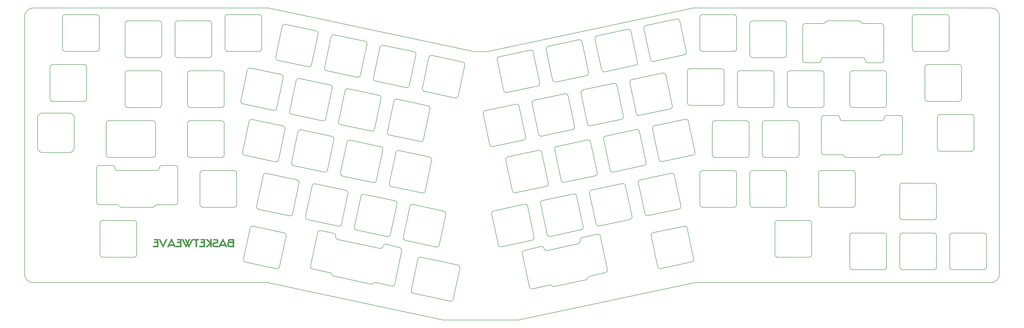
<source format=gbr>
%TF.GenerationSoftware,KiCad,Pcbnew,5.1.7-a382d34a8~88~ubuntu20.04.1*%
%TF.CreationDate,2021-02-22T02:12:54+01:00*%
%TF.ProjectId,basketweave_plate,6261736b-6574-4776-9561-76655f706c61,rev?*%
%TF.SameCoordinates,Original*%
%TF.FileFunction,Soldermask,Bot*%
%TF.FilePolarity,Negative*%
%FSLAX46Y46*%
G04 Gerber Fmt 4.6, Leading zero omitted, Abs format (unit mm)*
G04 Created by KiCad (PCBNEW 5.1.7-a382d34a8~88~ubuntu20.04.1) date 2021-02-22 02:12:54*
%MOMM*%
%LPD*%
G01*
G04 APERTURE LIST*
%TA.AperFunction,Profile*%
%ADD10C,0.200000*%
%TD*%
%ADD11C,0.010000*%
G04 APERTURE END LIST*
D10*
X41232017Y-81151193D02*
G75*
G02*
X41923000Y-82102250I-309017J-951057D01*
G01*
X28613983Y-81151193D02*
G75*
G03*
X27923000Y-82102250I309017J-951057D01*
G01*
X41232017Y-95053307D02*
G75*
G03*
X41923000Y-94102250I-309017J951057D01*
G01*
X41923000Y-82102250D02*
X41923000Y-94102250D01*
X27923000Y-94102250D02*
X27923000Y-82102250D01*
X28613983Y-95053307D02*
G75*
G02*
X27923000Y-94102250I309017J951057D01*
G01*
X45687500Y-62056250D02*
G75*
G02*
X46687500Y-63056250I0J-1000000D01*
G01*
X33687500Y-76056250D02*
G75*
G02*
X32687500Y-75056250I0J1000000D01*
G01*
X45687500Y-76056250D02*
X33687500Y-76056250D01*
X32687500Y-75056250D02*
X32687500Y-63056250D01*
X46687500Y-63056250D02*
X46687500Y-75056250D01*
X32687500Y-63056250D02*
G75*
G02*
X33687500Y-62056250I1000000J0D01*
G01*
X46687500Y-75056250D02*
G75*
G02*
X45687500Y-76056250I-1000000J0D01*
G01*
X33687500Y-62056250D02*
X45687500Y-62056250D01*
X380062500Y-63056250D02*
X380062500Y-75056250D01*
X380062500Y-75056250D02*
G75*
G02*
X379062500Y-76056250I-1000000J0D01*
G01*
X379062500Y-76056250D02*
X367062500Y-76056250D01*
X379062500Y-62056250D02*
G75*
G02*
X380062500Y-63056250I0J-1000000D01*
G01*
X366062500Y-63056250D02*
G75*
G02*
X367062500Y-62056250I1000000J0D01*
G01*
X367062500Y-62056250D02*
X379062500Y-62056250D01*
X367062500Y-76056250D02*
G75*
G02*
X366062500Y-75056250I0J1000000D01*
G01*
X366062500Y-75056250D02*
X366062500Y-63056250D01*
X174042718Y-135612290D02*
X188110514Y-138588750D01*
X262550733Y-126213914D02*
X274308691Y-123729750D01*
X222919320Y-146203910D02*
G75*
G02*
X223870377Y-146512927I207912J-978148D01*
G01*
X216582162Y-147756903D02*
G75*
G02*
X215396102Y-146986669I-207913J978147D01*
G01*
X264275437Y-139137745D02*
X261780497Y-127399974D01*
X185199748Y-152366756D02*
X171131956Y-149306356D01*
X139360791Y-141511067D02*
G75*
G02*
X140103936Y-142180198I-207912J-978148D01*
G01*
X234682251Y-129274901D02*
G75*
G02*
X235452488Y-128088840I978149J207912D01*
G01*
X172856659Y-136382527D02*
G75*
G02*
X174042718Y-135612290I978148J-207911D01*
G01*
X188880750Y-139774810D02*
X186385808Y-151596520D01*
X277219454Y-137423814D02*
X265461496Y-139907981D01*
X170361720Y-148120298D02*
X172856660Y-136382527D01*
X171131956Y-149306356D02*
G75*
G02*
X170361720Y-148120298I207911J978147D01*
G01*
X277989690Y-136237756D02*
G75*
G02*
X277219454Y-137423814I-978147J-207911D01*
G01*
X245093662Y-140263905D02*
X242390810Y-127547986D01*
X275494750Y-124499985D02*
X277989690Y-136237756D01*
X261780496Y-127399973D02*
G75*
G02*
X262550733Y-126213914I978148J207911D01*
G01*
X222155094Y-133045853D02*
G75*
G02*
X220969033Y-132275618I-207913J978148D01*
G01*
X186385808Y-151596520D02*
G75*
G02*
X185199748Y-152366756I-978148J207912D01*
G01*
X265461497Y-139907981D02*
G75*
G02*
X264275437Y-139137745I-207912J978148D01*
G01*
X219782974Y-131505383D02*
G75*
G02*
X220969033Y-132275618I207912J-978147D01*
G01*
X274308691Y-123729750D02*
G75*
G02*
X275494750Y-124499985I207912J-978147D01*
G01*
X188110514Y-138588750D02*
G75*
G02*
X188880750Y-139774810I-207912J-978148D01*
G01*
X237572355Y-143607629D02*
G75*
G02*
X236829210Y-144276759I-951056J309018D01*
G01*
X140847080Y-142849328D02*
G75*
G02*
X140103936Y-142180198I207911J978147D01*
G01*
X224821433Y-146821944D02*
G75*
G02*
X223870377Y-146512927I-207912J978147D01*
G01*
X164115750Y-145861430D02*
G75*
G02*
X162929690Y-146631666I-978148J207912D01*
G01*
X212693251Y-134270750D02*
G75*
G02*
X213463486Y-133084691I978147J207912D01*
G01*
X140810796Y-126484166D02*
G75*
G02*
X141581031Y-127670225I-207912J-978147D01*
G01*
X215396102Y-146986669D02*
X212693250Y-134270750D01*
X216582162Y-147756903D02*
X222919320Y-146203910D01*
X132801383Y-140116821D02*
G75*
G02*
X132031146Y-138930762I207911J978148D01*
G01*
X235452488Y-128088840D02*
X241204750Y-126777750D01*
X162929690Y-146631666D02*
X156899964Y-145234235D01*
X159612251Y-131432943D02*
G75*
G02*
X158426191Y-132203179I-978148J207912D01*
G01*
X237572356Y-143607629D02*
G75*
G02*
X238315500Y-142938500I951055J-309017D01*
G01*
X140810795Y-126484165D02*
X135920057Y-125444607D01*
X238315500Y-142938500D02*
X244323425Y-141449966D01*
X155948909Y-145543252D02*
G75*
G02*
X156899964Y-145234235I743144J-669129D01*
G01*
X132801382Y-140116821D02*
X139360791Y-141511067D01*
X155948908Y-145543252D02*
G75*
G02*
X154997851Y-145852269I-743145J669131D01*
G01*
X241204750Y-126777750D02*
G75*
G02*
X242390810Y-127547986I207912J-978148D01*
G01*
X165960728Y-131959452D02*
G75*
G02*
X166730965Y-133145511I-207911J-978148D01*
G01*
X154997851Y-145852269D02*
X140847080Y-142849328D01*
X132031146Y-138930762D02*
X134733998Y-126214843D01*
X222155094Y-133045853D02*
X233912016Y-130460961D01*
X234682254Y-129274901D02*
G75*
G02*
X233912016Y-130460961I-978149J-207911D01*
G01*
X236829210Y-144276759D02*
X224821433Y-146821944D01*
X165960728Y-131959452D02*
X160798310Y-130662706D01*
X134733998Y-126214844D02*
G75*
G02*
X135920057Y-125444607I978148J-207911D01*
G01*
X142351267Y-128856284D02*
X158426191Y-132203179D01*
X164115750Y-145861430D02*
X166730965Y-133145511D01*
X245093662Y-140263905D02*
G75*
G02*
X244323425Y-141449966I-978149J-207912D01*
G01*
X219782974Y-131505383D02*
X213463486Y-133084691D01*
X142351268Y-128856284D02*
G75*
G02*
X141581031Y-127670225I207911J978148D01*
G01*
X159612250Y-131432942D02*
G75*
G02*
X160798310Y-130662706I978148J-207912D01*
G01*
X168105032Y-129187375D02*
G75*
G02*
X167334796Y-128001317I207911J978147D01*
G01*
X29525250Y-80559500D02*
X40325250Y-80559500D01*
X41238795Y-95047487D02*
G75*
G02*
X40325250Y-95640750I-913545J406737D01*
G01*
X28611705Y-81152763D02*
G75*
G02*
X29525250Y-80559500I913545J-406737D01*
G01*
X28611705Y-95047487D02*
G75*
G03*
X29525250Y-95640750I913545J406737D01*
G01*
X29525250Y-95640750D02*
X40325250Y-95640750D01*
X41238795Y-81152763D02*
G75*
G03*
X40325250Y-80559500I-913545J-406737D01*
G01*
X334680250Y-83487500D02*
G75*
G02*
X333680250Y-82487500I0J1000000D01*
G01*
X80331250Y-115537500D02*
X73625301Y-115537501D01*
X56455250Y-100537500D02*
G75*
G02*
X57455250Y-101537500I0J-1000000D01*
G01*
X58455250Y-102537500D02*
G75*
G02*
X57455250Y-101537500I0J1000000D01*
G01*
X56455250Y-100537500D02*
X51455250Y-100537500D01*
X332680250Y-81487500D02*
X327680250Y-81487500D01*
X50455250Y-101537500D02*
G75*
G02*
X51455250Y-100537500I1000000J0D01*
G01*
X327680250Y-96487500D02*
G75*
G02*
X326680250Y-95487500I0J1000000D01*
G01*
X50455250Y-114537500D02*
X50455250Y-101537500D01*
X80331250Y-100537500D02*
X75331250Y-100537500D01*
X350556250Y-82487500D02*
G75*
G02*
X351556250Y-81487500I1000000J0D01*
G01*
X80331250Y-100537500D02*
G75*
G02*
X81331250Y-101537500I0J-1000000D01*
G01*
X81331250Y-114537500D02*
X81331250Y-101537500D01*
X72759276Y-116037501D02*
G75*
G02*
X73625301Y-115537501I866025J-500000D01*
G01*
X332680250Y-81487500D02*
G75*
G02*
X333680250Y-82487500I0J-1000000D01*
G01*
X59893250Y-116537501D02*
G75*
G02*
X59027225Y-116037501I0J1000000D01*
G01*
X74331251Y-101537500D02*
G75*
G02*
X73331250Y-102537501I-1000001J0D01*
G01*
X327680250Y-96487500D02*
X334386200Y-96487501D01*
X72759275Y-116037501D02*
G75*
G02*
X71893250Y-116537501I-866025J500000D01*
G01*
X357556250Y-95487500D02*
X357556250Y-82487500D01*
X58161200Y-115537501D02*
G75*
G02*
X59027225Y-116037501I0J-1000000D01*
G01*
X81331250Y-114537500D02*
G75*
G02*
X80331250Y-115537500I-1000000J0D01*
G01*
X74331250Y-101537500D02*
G75*
G02*
X75331250Y-100537500I1000000J0D01*
G01*
X342388500Y-59387500D02*
G75*
G02*
X343388500Y-60387500I0J-1000000D01*
G01*
X51455250Y-115537500D02*
G75*
G02*
X50455250Y-114537500I0J1000000D01*
G01*
X328950500Y-45387499D02*
X340950500Y-45387499D01*
X320512500Y-61387500D02*
G75*
G02*
X319512500Y-60387500I0J1000000D01*
G01*
X327512500Y-59387499D02*
X342388500Y-59387500D01*
X344388500Y-61387500D02*
G75*
G02*
X343388500Y-60387500I0J1000000D01*
G01*
X328084475Y-45887499D02*
G75*
G02*
X328950500Y-45387499I866025J-500000D01*
G01*
X319512500Y-47387500D02*
G75*
G02*
X320512500Y-46387500I1000000J0D01*
G01*
X350388500Y-60387500D02*
G75*
G02*
X349388500Y-61387500I-1000000J0D01*
G01*
X340950500Y-45387499D02*
G75*
G02*
X341816525Y-45887499I0J-1000000D01*
G01*
X326512500Y-60387500D02*
G75*
G02*
X325512500Y-61387500I-1000000J0D01*
G01*
X350388500Y-47387500D02*
X350388500Y-60387500D01*
X344388500Y-61387500D02*
X349388500Y-61387500D01*
X320512500Y-61387500D02*
X325512500Y-61387500D01*
X343388500Y-60387500D02*
X343388500Y-60387500D01*
X349388500Y-46387500D02*
G75*
G02*
X350388500Y-47387500I0J-1000000D01*
G01*
X51455250Y-115537500D02*
X58161200Y-115537501D01*
X319512500Y-47387500D02*
X319512500Y-60387500D01*
X342682550Y-46387499D02*
G75*
G02*
X341816525Y-45887499I0J1000000D01*
G01*
X320512500Y-46387500D02*
X327218449Y-46387499D01*
X326512499Y-60387500D02*
G75*
G02*
X327512500Y-59387499I1000001J0D01*
G01*
X328084474Y-45887499D02*
G75*
G02*
X327218449Y-46387499I-866025J500000D01*
G01*
X326512500Y-60387500D02*
X326512500Y-60387500D01*
X169618875Y-70060049D02*
G75*
G02*
X168432815Y-70830285I-978148J207912D01*
G01*
X175328757Y-72296060D02*
G75*
G02*
X174558521Y-71110002I207911J978147D01*
G01*
X172113816Y-58322278D02*
X169618874Y-70060048D01*
X171343580Y-57136218D02*
G75*
G02*
X172113816Y-58322278I-207912J-978148D01*
G01*
X174558521Y-71110002D02*
X177053461Y-59372231D01*
X168432815Y-70830285D02*
X156695045Y-68335343D01*
X155924809Y-67149285D02*
X158419749Y-55411514D01*
X177053460Y-59372231D02*
G75*
G02*
X178239519Y-58601994I978148J-207911D01*
G01*
X178239519Y-58601994D02*
X189977291Y-61096935D01*
X190747528Y-62282995D02*
X188252586Y-74020765D01*
X161280947Y-87763355D02*
X163775887Y-76025584D01*
X156695045Y-68335343D02*
G75*
G02*
X155924809Y-67149285I207911J978147D01*
G01*
X188252587Y-74020766D02*
G75*
G02*
X187066527Y-74791002I-978148J207912D01*
G01*
X189977292Y-61096935D02*
G75*
G02*
X190747528Y-62282995I-207912J-978148D01*
G01*
X173788953Y-91444355D02*
X162051183Y-88949413D01*
X164961945Y-75255347D02*
X176699717Y-77750288D01*
X163775886Y-76025584D02*
G75*
G02*
X164961945Y-75255347I978148J-207911D01*
G01*
X174975013Y-90674119D02*
G75*
G02*
X173788953Y-91444355I-978148J207912D01*
G01*
X159605807Y-54641277D02*
X171343579Y-57136218D01*
X158419748Y-55411514D02*
G75*
G02*
X159605807Y-54641277I978148J-207911D01*
G01*
X187066527Y-74791002D02*
X175328757Y-72296060D01*
X138061333Y-64374625D02*
G75*
G02*
X137291097Y-63188567I207911J978147D01*
G01*
X153480104Y-54361560D02*
X150985162Y-66099330D01*
X131165392Y-62908849D02*
X119427622Y-60413907D01*
X119427622Y-60413907D02*
G75*
G02*
X118657386Y-59227849I207911J978147D01*
G01*
X140972095Y-50680559D02*
X152709867Y-53175500D01*
X149799103Y-66869567D02*
X138061333Y-64374625D01*
X150985163Y-66099331D02*
G75*
G02*
X149799103Y-66869567I-978148J207912D01*
G01*
X134076157Y-49214782D02*
G75*
G02*
X134846393Y-50400842I-207912J-978148D01*
G01*
X137291097Y-63188567D02*
X139786037Y-51450796D01*
X122338384Y-46719841D02*
X134076156Y-49214782D01*
X139786036Y-51450796D02*
G75*
G02*
X140972095Y-50680559I978148J-207911D01*
G01*
X152709868Y-53175500D02*
G75*
G02*
X153480104Y-54361560I-207912J-978148D01*
G01*
X349388500Y-46387500D02*
X342682550Y-46387499D01*
X121152325Y-47490078D02*
G75*
G02*
X122338384Y-46719841I978148J-207911D01*
G01*
X132351452Y-62138613D02*
G75*
G02*
X131165392Y-62908849I-978148J207912D01*
G01*
X118657386Y-59227849D02*
X121152326Y-47490078D01*
X134846393Y-50400842D02*
X132351451Y-62138612D01*
X238697769Y-85424575D02*
G75*
G02*
X237511709Y-84654339I-207912J978148D01*
G01*
X259006618Y-48341779D02*
G75*
G02*
X259776855Y-47155720I978148J207911D01*
G01*
X242867848Y-64040268D02*
X240372908Y-52302497D01*
X217153294Y-75691226D02*
X228891065Y-73196286D01*
X235016768Y-72916567D02*
G75*
G02*
X235787005Y-71730508I978148J207911D01*
G01*
X222509432Y-55077155D02*
X234247203Y-52582215D01*
X221739195Y-56263214D02*
G75*
G02*
X222509432Y-55077155I978148J207911D01*
G01*
X259776855Y-47155720D02*
X271514626Y-44660780D01*
X218524254Y-70236999D02*
X206786483Y-72731940D01*
X206786484Y-72731940D02*
G75*
G02*
X205600424Y-71961704I-207912J978148D01*
G01*
X255791678Y-62315563D02*
X244053907Y-64810504D01*
X256145421Y-80693621D02*
X253650481Y-68955850D01*
X225420196Y-68771222D02*
G75*
G02*
X224234136Y-68000986I-207912J978148D01*
G01*
X216799550Y-57313169D02*
X219294490Y-69050940D01*
X275195625Y-57168788D02*
G75*
G02*
X274425389Y-58354846I-978147J-207911D01*
G01*
X216383057Y-76877285D02*
G75*
G02*
X217153294Y-75691226I978148J207911D01*
G01*
X261501559Y-60079551D02*
X259006619Y-48341780D01*
X257331481Y-81463857D02*
G75*
G02*
X256145421Y-80693621I-207912J978148D01*
G01*
X254066974Y-49391733D02*
X256561914Y-61129504D01*
X219294490Y-69050941D02*
G75*
G02*
X218524254Y-70236999I-978147J-207911D01*
G01*
X262687619Y-60849787D02*
G75*
G02*
X261501559Y-60079551I-207912J978148D01*
G01*
X391318750Y-40481250D02*
G75*
G02*
X394493750Y-43656250I0J-3175000D01*
G01*
X23018750Y-43656250D02*
G75*
G02*
X26193750Y-40481250I3175000J0D01*
G01*
X182562500Y-159543750D02*
X211137500Y-159543750D01*
X248710835Y-70005804D02*
X251205775Y-81743575D01*
X201430346Y-93346010D02*
G75*
G02*
X200244286Y-92575774I-207912J978148D01*
G01*
X213168116Y-90851069D02*
X201430345Y-93346010D01*
X244053908Y-64810504D02*
G75*
G02*
X242867848Y-64040268I-207912J978148D01*
G01*
X231801828Y-86890352D02*
X220064057Y-89385293D01*
X215613491Y-56542934D02*
G75*
G02*
X216799550Y-57313169I207912J-978147D01*
G01*
X234247203Y-52582216D02*
G75*
G02*
X235433262Y-53352451I207912J-978147D01*
G01*
X218877998Y-88615057D02*
X216383058Y-76877286D01*
X197749345Y-80838002D02*
G75*
G02*
X198519582Y-79651943I978148J207911D01*
G01*
X266158488Y-65274851D02*
G75*
G02*
X267344547Y-66045086I207912J-978147D01*
G01*
X198519582Y-79651943D02*
X210257353Y-77157003D01*
X211443412Y-77927239D02*
X213938352Y-89665010D01*
X232572064Y-85704294D02*
G75*
G02*
X231801828Y-86890352I-978147J-207911D01*
G01*
X210257353Y-77157004D02*
G75*
G02*
X211443412Y-77927239I207912J-978147D01*
G01*
X200244286Y-92575774D02*
X197749346Y-80838003D01*
X272700685Y-45431016D02*
X275195625Y-57168787D01*
X271514626Y-44660781D02*
G75*
G02*
X272700685Y-45431016I207912J-978147D01*
G01*
X230077124Y-73966522D02*
X232572064Y-85704293D01*
X213938352Y-89665011D02*
G75*
G02*
X213168116Y-90851069I-978147J-207911D01*
G01*
X241143144Y-51116437D02*
X252880915Y-48621497D01*
X256561914Y-61129505D02*
G75*
G02*
X255791678Y-62315563I-978147J-207911D01*
G01*
X240372907Y-52302496D02*
G75*
G02*
X241143144Y-51116437I978148J207911D01*
G01*
X251205775Y-81743576D02*
G75*
G02*
X250435539Y-82929634I-978147J-207911D01*
G01*
X237928202Y-65090223D02*
G75*
G02*
X237157966Y-66276281I-978147J-207911D01*
G01*
X224234136Y-68000986D02*
X221739196Y-56263215D01*
X203875720Y-59037873D02*
X215613491Y-56542933D01*
X220064058Y-89385293D02*
G75*
G02*
X218877998Y-88615057I-207912J978148D01*
G01*
X250435539Y-82929634D02*
X238697768Y-85424575D01*
X235433262Y-53352451D02*
X237928202Y-65090222D01*
X203105483Y-60223932D02*
G75*
G02*
X203875720Y-59037873I978148J207911D01*
G01*
X237157966Y-66276281D02*
X225420195Y-68771222D01*
X205600424Y-71961704D02*
X203105484Y-60223933D01*
X391318750Y-145256250D02*
X278606250Y-145256250D01*
X394493750Y-142081250D02*
G75*
G02*
X391318750Y-145256250I-3175000J0D01*
G01*
X274425389Y-58354846D02*
X262687618Y-60849787D01*
X228891065Y-73196287D02*
G75*
G02*
X230077124Y-73966522I207912J-978147D01*
G01*
X237511709Y-84654339D02*
X235016769Y-72916568D01*
X235787005Y-71730508D02*
X247524776Y-69235568D01*
X252880915Y-48621498D02*
G75*
G02*
X254066974Y-49391733I207912J-978147D01*
G01*
X247524776Y-69235569D02*
G75*
G02*
X248710835Y-70005804I207912J-978147D01*
G01*
X357537500Y-126350000D02*
X369537500Y-126350000D01*
X388537500Y-126350000D02*
G75*
G02*
X389537500Y-127350000I0J-1000000D01*
G01*
X370537500Y-139350000D02*
G75*
G02*
X369537500Y-140350000I-1000000J0D01*
G01*
X26193750Y-145256250D02*
X115443000Y-145256250D01*
X391318750Y-40481250D02*
X277812500Y-40481250D01*
X357537500Y-140350000D02*
G75*
G02*
X356537500Y-139350000I0J1000000D01*
G01*
X369537500Y-126350000D02*
G75*
G02*
X370537500Y-127350000I0J-1000000D01*
G01*
X370537500Y-127350000D02*
X370537500Y-139350000D01*
X199231250Y-57150000D02*
X194468750Y-57150000D01*
X356537500Y-127350000D02*
G75*
G02*
X357537500Y-126350000I1000000J0D01*
G01*
X23018750Y-43656250D02*
X23018750Y-142081250D01*
X388537500Y-140350000D02*
X376537500Y-140350000D01*
X369537500Y-140350000D02*
X357537500Y-140350000D01*
X389537500Y-139350000D02*
G75*
G02*
X388537500Y-140350000I-1000000J0D01*
G01*
X350487500Y-126350000D02*
G75*
G02*
X351487500Y-127350000I0J-1000000D01*
G01*
X278606250Y-145256250D02*
X211137500Y-159543750D01*
X115443000Y-145256250D02*
X182562500Y-159543750D01*
X277812500Y-40481250D02*
X199231250Y-57150000D01*
X26193750Y-145256250D02*
G75*
G02*
X23018750Y-142081250I0J3175000D01*
G01*
X115887500Y-40481250D02*
X194468750Y-57150000D01*
X376537500Y-126350000D02*
X388537500Y-126350000D01*
X26193750Y-40481250D02*
X115887500Y-40481250D01*
X375537500Y-139350000D02*
X375537500Y-127350000D01*
X376537500Y-140350000D02*
G75*
G02*
X375537500Y-139350000I0J1000000D01*
G01*
X394493750Y-43656250D02*
X394493750Y-142081250D01*
X389537500Y-127350000D02*
X389537500Y-139350000D01*
X375537500Y-127350000D02*
G75*
G02*
X376537500Y-126350000I1000000J0D01*
G01*
X356537500Y-139350000D02*
X356537500Y-127350000D01*
X177397429Y-97374179D02*
G75*
G02*
X178167665Y-98560239I-207912J-978148D01*
G01*
X162748894Y-108573304D02*
G75*
G02*
X161978658Y-107387246I207911J978147D01*
G01*
X149471320Y-125226657D02*
G75*
G02*
X148701084Y-124040599I207911J978147D01*
G01*
X175672724Y-110298010D02*
G75*
G02*
X174486664Y-111068246I-978148J207912D01*
G01*
X161209090Y-127721599D02*
X149471320Y-125226657D01*
X115114658Y-103611156D02*
X126852430Y-106106097D01*
X125127726Y-119029928D02*
G75*
G02*
X123941666Y-119800164I-978148J207912D01*
G01*
X159533953Y-94599522D02*
X157039011Y-106337292D01*
X108954436Y-124567914D02*
G75*
G02*
X110140495Y-123797677I978148J-207911D01*
G01*
X120153563Y-139216449D02*
G75*
G02*
X118967503Y-139986685I-978148J207912D01*
G01*
X121878268Y-126292618D02*
G75*
G02*
X122648504Y-127478678I-207912J-978148D01*
G01*
X123941666Y-119800164D02*
X112203896Y-117305222D01*
X162395150Y-126951363D02*
G75*
G02*
X161209090Y-127721599I-978148J207912D01*
G01*
X122648504Y-127478678D02*
X120153562Y-139216448D01*
X107229733Y-137491743D02*
G75*
G02*
X106459497Y-136305685I207911J978147D01*
G01*
X110140495Y-123797677D02*
X121878267Y-126292618D01*
X113928599Y-104381393D02*
G75*
G02*
X115114658Y-103611156I978148J-207911D01*
G01*
X158763717Y-93413462D02*
G75*
G02*
X159533953Y-94599522I-207912J-978148D01*
G01*
X161978658Y-107387246D02*
X164473598Y-95649475D01*
X127622667Y-107292157D02*
X125127725Y-119029927D01*
X106459497Y-136305685D02*
X108954437Y-124567914D01*
X171015794Y-115493309D02*
X182753566Y-117988250D01*
X152382082Y-111532591D02*
X164119854Y-114027532D01*
X144115182Y-104612587D02*
G75*
G02*
X143344946Y-103426529I207911J978147D01*
G01*
X145839885Y-91688758D02*
G75*
G02*
X147025944Y-90918521I978148J-207911D01*
G01*
X133748370Y-107571874D02*
X145486142Y-110066815D01*
X145486143Y-110066815D02*
G75*
G02*
X146256379Y-111252875I-207912J-978148D01*
G01*
X151196023Y-112302828D02*
G75*
G02*
X152382082Y-111532591I978148J-207911D01*
G01*
X164890091Y-115213592D02*
X162395149Y-126951362D01*
X142575378Y-123760882D02*
X130837608Y-121265940D01*
X130067372Y-120079882D02*
X132562312Y-108342111D01*
X148701084Y-124040599D02*
X151196024Y-112302828D01*
X143761438Y-122990646D02*
G75*
G02*
X142575378Y-123760882I-978148J207912D01*
G01*
X164473597Y-95649475D02*
G75*
G02*
X165659656Y-94879238I978148J-207911D01*
G01*
X132562311Y-108342111D02*
G75*
G02*
X133748370Y-107571874I978148J-207911D01*
G01*
X130837608Y-121265940D02*
G75*
G02*
X130067372Y-120079882I207911J978147D01*
G01*
X146256379Y-111252875D02*
X143761437Y-122990645D01*
X165659656Y-94879238D02*
X177397428Y-97374179D01*
X164119855Y-114027532D02*
G75*
G02*
X164890091Y-115213592I-207912J-978148D01*
G01*
X111433660Y-116119164D02*
X113928600Y-104381393D01*
X126852431Y-106106097D02*
G75*
G02*
X127622667Y-107292157I-207912J-978148D01*
G01*
X112203896Y-117305222D02*
G75*
G02*
X111433660Y-116119164I207911J978147D01*
G01*
X118967503Y-139986685D02*
X107229733Y-137491743D01*
X157039012Y-106337293D02*
G75*
G02*
X155852952Y-107107529I-978148J207912D01*
G01*
X174486664Y-111068246D02*
X162748894Y-108573304D01*
X178167665Y-98560239D02*
X175672723Y-110298009D01*
X120798583Y-65868135D02*
G75*
G02*
X121568819Y-67054195I-207912J-978148D01*
G01*
X139432295Y-69828853D02*
G75*
G02*
X140202531Y-71014913I-207912J-978148D01*
G01*
X140202531Y-71014913D02*
X137707589Y-82752683D01*
X127206173Y-87728040D02*
G75*
G02*
X128392232Y-86957803I978148J-207911D01*
G01*
X140130005Y-89452744D02*
G75*
G02*
X140900241Y-90638804I-207912J-978148D01*
G01*
X125481470Y-100651869D02*
G75*
G02*
X124711234Y-99465811I207911J978147D01*
G01*
X140900241Y-90638804D02*
X138405299Y-102376574D01*
X147025944Y-90918521D02*
X158763716Y-93413462D01*
X119073878Y-78791966D02*
G75*
G02*
X117887818Y-79562202I-978148J207912D01*
G01*
X126508463Y-68104149D02*
G75*
G02*
X127694522Y-67333912I978148J-207911D01*
G01*
X124013524Y-79841920D02*
X126508464Y-68104149D01*
X118585528Y-99186093D02*
X106847758Y-96691151D01*
X124711234Y-99465811D02*
X127206174Y-87728040D01*
X155852952Y-107107529D02*
X144115182Y-104612587D01*
X143344946Y-103426529D02*
X145839886Y-91688758D01*
X143417472Y-84988695D02*
G75*
G02*
X142647236Y-83802637I207911J978147D01*
G01*
X109758520Y-82997085D02*
X121496292Y-85492026D01*
X136521530Y-83522920D02*
X124783760Y-81027978D01*
X176699718Y-77750288D02*
G75*
G02*
X177469954Y-78936348I-207912J-978148D01*
G01*
X177469954Y-78936348D02*
X174975012Y-90674118D01*
X155155242Y-87483637D02*
X143417472Y-84988695D01*
X145142175Y-72064866D02*
G75*
G02*
X146328234Y-71294629I978148J-207911D01*
G01*
X106150048Y-77067260D02*
G75*
G02*
X105379812Y-75881202I207911J978147D01*
G01*
X106077522Y-95505093D02*
X108572462Y-83767322D01*
X127694522Y-67333912D02*
X139432294Y-69828853D01*
X108572461Y-83767322D02*
G75*
G02*
X109758520Y-82997085I978148J-207911D01*
G01*
X106847758Y-96691151D02*
G75*
G02*
X106077522Y-95505093I207911J978147D01*
G01*
X156341302Y-86713401D02*
G75*
G02*
X155155242Y-87483637I-978148J207912D01*
G01*
X105379812Y-75881202D02*
X107874752Y-64143431D01*
X142647236Y-83802637D02*
X145142176Y-72064866D01*
X117887818Y-79562202D02*
X106150048Y-77067260D01*
X121568819Y-67054195D02*
X119073877Y-78791965D01*
X121496293Y-85492026D02*
G75*
G02*
X122266529Y-86678086I-207912J-978148D01*
G01*
X158836243Y-74975630D02*
X156341301Y-86713400D01*
X137707590Y-82752684D02*
G75*
G02*
X136521530Y-83522920I-978148J207912D01*
G01*
X109060810Y-63373194D02*
X120798582Y-65868135D01*
X122266529Y-86678086D02*
X119771587Y-98415856D01*
X128392232Y-86957803D02*
X140130004Y-89452744D01*
X137219240Y-103146811D02*
X125481470Y-100651869D01*
X138405300Y-102376575D02*
G75*
G02*
X137219240Y-103146811I-978148J207912D01*
G01*
X158066007Y-73789570D02*
G75*
G02*
X158836243Y-74975630I-207912J-978148D01*
G01*
X146328234Y-71294629D02*
X158066006Y-73789570D01*
X119771588Y-98415857D02*
G75*
G02*
X118585528Y-99186093I-978148J207912D01*
G01*
X124783760Y-81027978D02*
G75*
G02*
X124013524Y-79841920I207911J978147D01*
G01*
X162051183Y-88949413D02*
G75*
G02*
X161280947Y-87763355I207911J978147D01*
G01*
X107874751Y-64143431D02*
G75*
G02*
X109060810Y-63373194I978148J-207911D01*
G01*
X216431123Y-129108672D02*
X204693352Y-131603613D01*
X259824921Y-99387108D02*
G75*
G02*
X259054685Y-100573166I-978147J-207911D01*
G01*
X265950627Y-99107390D02*
G75*
G02*
X264764567Y-98337154I-207912J978148D01*
G01*
X264764567Y-98337154D02*
X262269627Y-86599383D01*
X247316915Y-103068107D02*
G75*
G02*
X246130855Y-102297871I-207912J978148D01*
G01*
X222141005Y-126872660D02*
X219646065Y-115134889D01*
X225002202Y-94520817D02*
G75*
G02*
X225772439Y-93334758I978148J207911D01*
G01*
X222557498Y-107308544D02*
G75*
G02*
X221787262Y-108494602I-978147J-207911D01*
G01*
X210049492Y-110989543D02*
G75*
G02*
X208863432Y-110219307I-207912J978148D01*
G01*
X218876499Y-94800537D02*
G75*
G02*
X220062558Y-95570772I207912J-978147D01*
G01*
X278458633Y-95426391D02*
G75*
G02*
X277688397Y-96612449I-978147J-207911D01*
G01*
X275963693Y-83688619D02*
X278458633Y-95426390D01*
X243635914Y-90560099D02*
G75*
G02*
X244406151Y-89374040I978148J207911D01*
G01*
X225772439Y-93334758D02*
X237510210Y-90839818D01*
X220062558Y-95570772D02*
X222557498Y-107308543D01*
X208863432Y-110219307D02*
X206368492Y-98481536D01*
X254420717Y-67769790D02*
X266158488Y-65274850D01*
X267344547Y-66045086D02*
X269839487Y-77782857D01*
X263039863Y-85413323D02*
X274777634Y-82918383D01*
X240420973Y-104533884D02*
X228683202Y-107028825D01*
X237510210Y-90839819D02*
G75*
G02*
X238696269Y-91610054I207912J-978147D01*
G01*
X256143922Y-86879101D02*
G75*
G02*
X257329981Y-87649336I207912J-978147D01*
G01*
X238696269Y-91610054D02*
X241191209Y-103347825D01*
X241191209Y-103347826D02*
G75*
G02*
X240420973Y-104533884I-978147J-207911D01*
G01*
X207138728Y-97295476D02*
X218876499Y-94800536D01*
X277688397Y-96612449D02*
X265950626Y-99107390D01*
X269069251Y-78968916D02*
X257331480Y-81463857D01*
X269839487Y-77782858D02*
G75*
G02*
X269069251Y-78968916I-978147J-207911D01*
G01*
X257329981Y-87649336D02*
X259824921Y-99387107D01*
X253650480Y-68955849D02*
G75*
G02*
X254420717Y-67769790I978148J207911D01*
G01*
X244406151Y-89374040D02*
X256143922Y-86879100D01*
X204693353Y-131603613D02*
G75*
G02*
X203507293Y-130833377I-207912J978148D01*
G01*
X213520360Y-115414607D02*
G75*
G02*
X214706419Y-116184842I207912J-978147D01*
G01*
X246130855Y-102297871D02*
X243635915Y-90560100D01*
X203507293Y-130833377D02*
X201012353Y-119095606D01*
X262269626Y-86599382D02*
G75*
G02*
X263039863Y-85413323I978148J207911D01*
G01*
X217201359Y-127922614D02*
G75*
G02*
X216431123Y-129108672I-978147J-207911D01*
G01*
X259054685Y-100573166D02*
X247316914Y-103068107D01*
X228683203Y-107028825D02*
G75*
G02*
X227497143Y-106258589I-207912J978148D01*
G01*
X201782589Y-117909546D02*
X213520360Y-115414606D01*
X227497143Y-106258589D02*
X225002203Y-94520818D01*
X214706419Y-116184842D02*
X217201359Y-127922613D01*
X221787262Y-108494602D02*
X210049491Y-110989543D01*
X206368491Y-98481535D02*
G75*
G02*
X207138728Y-97295476I978148J207911D01*
G01*
X274777634Y-82918384D02*
G75*
G02*
X275963693Y-83688619I207912J-978147D01*
G01*
X201012352Y-119095605D02*
G75*
G02*
X201782589Y-117909546I978148J207911D01*
G01*
X383825000Y-95106250D02*
X371825000Y-95106250D01*
X374300000Y-57006250D02*
X362300000Y-57006250D01*
X38450000Y-43006250D02*
X50450000Y-43006250D01*
X51450000Y-56006250D02*
G75*
G02*
X50450000Y-57006250I-1000000J0D01*
G01*
X75262500Y-58387500D02*
G75*
G02*
X74262500Y-59387500I-1000000J0D01*
G01*
X37450000Y-44006250D02*
G75*
G02*
X38450000Y-43006250I1000000J0D01*
G01*
X375300000Y-56006250D02*
G75*
G02*
X374300000Y-57006250I-1000000J0D01*
G01*
X362300000Y-57006250D02*
G75*
G02*
X361300000Y-56006250I0J1000000D01*
G01*
X361300000Y-44006250D02*
G75*
G02*
X362300000Y-43006250I1000000J0D01*
G01*
X375300000Y-44006250D02*
X375300000Y-56006250D01*
X362300000Y-43006250D02*
X374300000Y-43006250D01*
X361300000Y-56006250D02*
X361300000Y-44006250D01*
X74262500Y-59387500D02*
X62262500Y-59387500D01*
X62262500Y-59387500D02*
G75*
G02*
X61262500Y-58387500I0J1000000D01*
G01*
X371825000Y-81106250D02*
X383825000Y-81106250D01*
X370825000Y-82106250D02*
G75*
G02*
X371825000Y-81106250I1000000J0D01*
G01*
X383825000Y-81106250D02*
G75*
G02*
X384825000Y-82106250I0J-1000000D01*
G01*
X51450000Y-44006250D02*
X51450000Y-56006250D01*
X37450000Y-56006250D02*
X37450000Y-44006250D01*
X50450000Y-57006250D02*
X38450000Y-57006250D01*
X38450000Y-57006250D02*
G75*
G02*
X37450000Y-56006250I0J1000000D01*
G01*
X374300000Y-43006250D02*
G75*
G02*
X375300000Y-44006250I0J-1000000D01*
G01*
X50450000Y-43006250D02*
G75*
G02*
X51450000Y-44006250I0J-1000000D01*
G01*
X384825000Y-94106250D02*
G75*
G02*
X383825000Y-95106250I-1000000J0D01*
G01*
X384825000Y-82106250D02*
X384825000Y-94106250D01*
X370825000Y-94106250D02*
X370825000Y-82106250D01*
X371825000Y-95106250D02*
G75*
G02*
X370825000Y-94106250I0J1000000D01*
G01*
X232154072Y-111453890D02*
G75*
G02*
X233340131Y-112224125I207912J-978147D01*
G01*
X250787784Y-107493172D02*
G75*
G02*
X251973843Y-108263407I207912J-978147D01*
G01*
X169829735Y-116263546D02*
G75*
G02*
X171015794Y-115493309I978148J-207911D01*
G01*
X259408429Y-118951224D02*
X256913489Y-107213453D01*
X183523803Y-119174310D02*
X181028861Y-130912080D01*
X181028862Y-130912081D02*
G75*
G02*
X179842802Y-131682317I-978148J207912D01*
G01*
X257683725Y-106027393D02*
X269421496Y-103532453D01*
X270607555Y-104302689D02*
X273102495Y-116040460D01*
X256913488Y-107213452D02*
G75*
G02*
X257683725Y-106027393I978148J207911D01*
G01*
X253698547Y-121187237D02*
X241960776Y-123682178D01*
X251973843Y-108263407D02*
X254468783Y-120001178D01*
X272332259Y-117226519D02*
X260594488Y-119721460D01*
X254468783Y-120001179D02*
G75*
G02*
X253698547Y-121187237I-978147J-207911D01*
G01*
X241960777Y-123682178D02*
G75*
G02*
X240774717Y-122911942I-207912J978148D01*
G01*
X182753567Y-117988250D02*
G75*
G02*
X183523803Y-119174310I-207912J-978148D01*
G01*
X269421496Y-103532454D02*
G75*
G02*
X270607555Y-104302689I207912J-978147D01*
G01*
X167334796Y-128001317D02*
X169829736Y-116263546D01*
X273102495Y-116040461D02*
G75*
G02*
X272332259Y-117226519I-978147J-207911D01*
G01*
X260594489Y-119721460D02*
G75*
G02*
X259408429Y-118951224I-207912J978148D01*
G01*
X238279776Y-111174170D02*
G75*
G02*
X239050013Y-109988111I978148J207911D01*
G01*
X240774717Y-122911942D02*
X238279777Y-111174171D01*
X179842802Y-131682317D02*
X168105032Y-129187375D01*
X239050013Y-109988111D02*
X250787784Y-107493171D01*
X235064835Y-125147955D02*
X223327064Y-127642896D01*
X220416301Y-113948829D02*
X232154072Y-111453889D01*
X233340131Y-112224125D02*
X235835071Y-123961896D01*
X235835071Y-123961897D02*
G75*
G02*
X235064835Y-125147955I-978147J-207911D01*
G01*
X219646064Y-115134888D02*
G75*
G02*
X220416301Y-113948829I978148J207911D01*
G01*
X223327065Y-127642896D02*
G75*
G02*
X222141005Y-126872660I-207912J978148D01*
G01*
X293337500Y-43006250D02*
G75*
G02*
X294337500Y-44006250I0J-1000000D01*
G01*
X102837500Y-116537500D02*
X90837500Y-116537500D01*
X103837500Y-115537500D02*
G75*
G02*
X102837500Y-116537500I-1000000J0D01*
G01*
X85075000Y-84487500D02*
G75*
G02*
X86075000Y-83487500I1000000J0D01*
G01*
X90837500Y-116537500D02*
G75*
G02*
X89837500Y-115537500I0J1000000D01*
G01*
X98075000Y-97487500D02*
X86075000Y-97487500D01*
X99362500Y-44006250D02*
G75*
G02*
X100362500Y-43006250I1000000J0D01*
G01*
X338487500Y-78437500D02*
G75*
G02*
X337487500Y-77437500I0J1000000D01*
G01*
X300387500Y-59387500D02*
G75*
G02*
X299387500Y-58387500I0J1000000D01*
G01*
X312387500Y-45387500D02*
G75*
G02*
X313387500Y-46387500I0J-1000000D01*
G01*
X99075000Y-65437500D02*
X99075000Y-77437500D01*
X85075000Y-96487500D02*
X85075000Y-84487500D01*
X100362500Y-43006250D02*
X112362500Y-43006250D01*
X89837500Y-103537500D02*
G75*
G02*
X90837500Y-102537500I1000000J0D01*
G01*
X90837500Y-102537500D02*
X102837500Y-102537500D01*
X94312500Y-46387500D02*
X94312500Y-58387500D01*
X80312500Y-46387500D02*
G75*
G02*
X81312500Y-45387500I1000000J0D01*
G01*
X350487500Y-78437500D02*
X338487500Y-78437500D01*
X99075000Y-77437500D02*
G75*
G02*
X98075000Y-78437500I-1000000J0D01*
G01*
X98075000Y-64437500D02*
G75*
G02*
X99075000Y-65437500I0J-1000000D01*
G01*
X113362500Y-44006250D02*
X113362500Y-56006250D01*
X99075000Y-96487500D02*
G75*
G02*
X98075000Y-97487500I-1000000J0D01*
G01*
X86075000Y-64437500D02*
X98075000Y-64437500D01*
X93312500Y-45387500D02*
G75*
G02*
X94312500Y-46387500I0J-1000000D01*
G01*
X103837500Y-103537500D02*
X103837500Y-115537500D01*
X85075000Y-65437500D02*
G75*
G02*
X86075000Y-64437500I1000000J0D01*
G01*
X312387500Y-59387500D02*
X300387500Y-59387500D01*
X80312500Y-58387500D02*
X80312500Y-46387500D01*
X299387500Y-46387500D02*
G75*
G02*
X300387500Y-45387500I1000000J0D01*
G01*
X93312500Y-59387500D02*
X81312500Y-59387500D01*
X94312500Y-58387500D02*
G75*
G02*
X93312500Y-59387500I-1000000J0D01*
G01*
X64737500Y-121587500D02*
G75*
G02*
X65737500Y-122587500I0J-1000000D01*
G01*
X112362500Y-57006250D02*
X100362500Y-57006250D01*
X300387500Y-45387500D02*
X312387500Y-45387500D01*
X102837500Y-102537500D02*
G75*
G02*
X103837500Y-103537500I0J-1000000D01*
G01*
X81312500Y-59387500D02*
G75*
G02*
X80312500Y-58387500I0J1000000D01*
G01*
X52737500Y-121587500D02*
X64737500Y-121587500D01*
X299387500Y-58387500D02*
X299387500Y-46387500D01*
X86075000Y-83487500D02*
X98075000Y-83487500D01*
X86075000Y-97487500D02*
G75*
G02*
X85075000Y-96487500I0J1000000D01*
G01*
X351487500Y-77437500D02*
G75*
G02*
X350487500Y-78437500I-1000000J0D01*
G01*
X99075000Y-84487500D02*
X99075000Y-96487500D01*
X293337500Y-57006250D02*
X281337500Y-57006250D01*
X337487500Y-65437500D02*
G75*
G02*
X338487500Y-64437500I1000000J0D01*
G01*
X294337500Y-56006250D02*
G75*
G02*
X293337500Y-57006250I-1000000J0D01*
G01*
X98075000Y-78437500D02*
X86075000Y-78437500D01*
X281337500Y-57006250D02*
G75*
G02*
X280337500Y-56006250I0J1000000D01*
G01*
X89837500Y-115537500D02*
X89837500Y-103537500D01*
X86075000Y-78437500D02*
G75*
G02*
X85075000Y-77437500I0J1000000D01*
G01*
X98075000Y-83487500D02*
G75*
G02*
X99075000Y-84487500I0J-1000000D01*
G01*
X313387500Y-46387500D02*
X313387500Y-58387500D01*
X280337500Y-44006250D02*
G75*
G02*
X281337500Y-43006250I1000000J0D01*
G01*
X112362500Y-43006250D02*
G75*
G02*
X113362500Y-44006250I0J-1000000D01*
G01*
X294337500Y-44006250D02*
X294337500Y-56006250D01*
X85075000Y-77437500D02*
X85075000Y-65437500D01*
X99362500Y-56006250D02*
X99362500Y-44006250D01*
X281337500Y-43006250D02*
X293337500Y-43006250D01*
X113362500Y-56006250D02*
G75*
G02*
X112362500Y-57006250I-1000000J0D01*
G01*
X100362500Y-57006250D02*
G75*
G02*
X99362500Y-56006250I0J1000000D01*
G01*
X81312500Y-45387500D02*
X93312500Y-45387500D01*
X65737500Y-122587500D02*
X65737500Y-134587500D01*
X337487500Y-77437500D02*
X337487500Y-65437500D01*
X313387500Y-58387500D02*
G75*
G02*
X312387500Y-59387500I-1000000J0D01*
G01*
X280337500Y-56006250D02*
X280337500Y-44006250D01*
X65737500Y-134587500D02*
G75*
G02*
X64737500Y-135587500I-1000000J0D01*
G01*
X64737500Y-135587500D02*
X52737500Y-135587500D01*
X52737500Y-135587500D02*
G75*
G02*
X51737500Y-134587500I0J1000000D01*
G01*
X58455250Y-102537500D02*
X73331250Y-102537501D01*
X54118750Y-96487500D02*
X54118750Y-84487500D01*
X71881250Y-83487500D02*
G75*
G02*
X72881250Y-84487500I0J-1000000D01*
G01*
X74262500Y-78437500D02*
X62262500Y-78437500D01*
X75262500Y-77437500D02*
G75*
G02*
X74262500Y-78437500I-1000000J0D01*
G01*
X62262500Y-78437500D02*
G75*
G02*
X61262500Y-77437500I0J1000000D01*
G01*
X75262500Y-46387500D02*
X75262500Y-58387500D01*
X51737500Y-122587500D02*
G75*
G02*
X52737500Y-121587500I1000000J0D01*
G01*
X55118750Y-83487500D02*
X71881250Y-83487500D01*
X74262500Y-45387500D02*
G75*
G02*
X75262500Y-46387500I0J-1000000D01*
G01*
X62262500Y-45387500D02*
X74262500Y-45387500D01*
X61262500Y-46387500D02*
G75*
G02*
X62262500Y-45387500I1000000J0D01*
G01*
X61262500Y-58387500D02*
X61262500Y-46387500D01*
X71893250Y-116537501D02*
X59893250Y-116537501D01*
X55118750Y-97487500D02*
G75*
G02*
X54118750Y-96487500I0J1000000D01*
G01*
X61262500Y-77437500D02*
X61262500Y-65437500D01*
X72881250Y-96487500D02*
G75*
G02*
X71881250Y-97487500I-1000000J0D01*
G01*
X51737500Y-134587500D02*
X51737500Y-122587500D01*
X72881250Y-84487500D02*
X72881250Y-96487500D01*
X71881250Y-97487500D02*
X55118750Y-97487500D01*
X74262500Y-64437500D02*
G75*
G02*
X75262500Y-65437500I0J-1000000D01*
G01*
X75262500Y-65437500D02*
X75262500Y-77437500D01*
X54118750Y-84487500D02*
G75*
G02*
X55118750Y-83487500I1000000J0D01*
G01*
X62262500Y-64437500D02*
X74262500Y-64437500D01*
X61262500Y-65437500D02*
G75*
G02*
X62262500Y-64437500I1000000J0D01*
G01*
X350487500Y-140350000D02*
X338487500Y-140350000D01*
X322912500Y-122587500D02*
X322912500Y-134587500D01*
X294337500Y-115537500D02*
G75*
G02*
X293337500Y-116537500I-1000000J0D01*
G01*
X356537500Y-108300000D02*
G75*
G02*
X357537500Y-107300000I1000000J0D01*
G01*
X325581250Y-115537500D02*
X325581250Y-103537500D01*
X338581250Y-116537500D02*
X326581250Y-116537500D01*
X308912500Y-134587500D02*
X308912500Y-122587500D01*
X338487500Y-126350000D02*
X350487500Y-126350000D01*
X348118250Y-97487501D02*
X336118250Y-97487501D01*
X321912500Y-135587500D02*
X309912500Y-135587500D01*
X281337500Y-102537500D02*
X293337500Y-102537500D01*
X326581250Y-116537500D02*
G75*
G02*
X325581250Y-115537500I0J1000000D01*
G01*
X299387500Y-115537500D02*
X299387500Y-103537500D01*
X356537500Y-120300000D02*
X356537500Y-108300000D01*
X339581250Y-103537500D02*
X339581250Y-115537500D01*
X351487500Y-139350000D02*
G75*
G02*
X350487500Y-140350000I-1000000J0D01*
G01*
X280337500Y-115537500D02*
X280337500Y-103537500D01*
X370537500Y-108300000D02*
X370537500Y-120300000D01*
X321912500Y-121587500D02*
G75*
G02*
X322912500Y-122587500I0J-1000000D01*
G01*
X313387500Y-103537500D02*
X313387500Y-115537500D01*
X357537500Y-107300000D02*
X369537500Y-107300000D01*
X338487500Y-140350000D02*
G75*
G02*
X337487500Y-139350000I0J1000000D01*
G01*
X357537500Y-121300000D02*
G75*
G02*
X356537500Y-120300000I0J1000000D01*
G01*
X326581250Y-102537500D02*
X338581250Y-102537500D01*
X294337500Y-103537500D02*
X294337500Y-115537500D01*
X339581250Y-115537500D02*
G75*
G02*
X338581250Y-116537500I-1000000J0D01*
G01*
X334680250Y-83487500D02*
X349556250Y-83487501D01*
X337487500Y-127350000D02*
G75*
G02*
X338487500Y-126350000I1000000J0D01*
G01*
X337487500Y-139350000D02*
X337487500Y-127350000D01*
X351487500Y-127350000D02*
X351487500Y-139350000D01*
X322912500Y-134587500D02*
G75*
G02*
X321912500Y-135587500I-1000000J0D01*
G01*
X293337500Y-116537500D02*
X281337500Y-116537500D01*
X317150000Y-83487500D02*
G75*
G02*
X318150000Y-84487500I0J-1000000D01*
G01*
X318150000Y-84487500D02*
X318150000Y-96487500D01*
X313387500Y-115537500D02*
G75*
G02*
X312387500Y-116537500I-1000000J0D01*
G01*
X369537500Y-107300000D02*
G75*
G02*
X370537500Y-108300000I0J-1000000D01*
G01*
X304150000Y-84487500D02*
G75*
G02*
X305150000Y-83487500I1000000J0D01*
G01*
X308912500Y-122587500D02*
G75*
G02*
X309912500Y-121587500I1000000J0D01*
G01*
X309912500Y-135587500D02*
G75*
G02*
X308912500Y-134587500I0J1000000D01*
G01*
X338581250Y-102537500D02*
G75*
G02*
X339581250Y-103537500I0J-1000000D01*
G01*
X304150000Y-96487500D02*
X304150000Y-84487500D01*
X280337500Y-103537500D02*
G75*
G02*
X281337500Y-102537500I1000000J0D01*
G01*
X300387500Y-116537500D02*
G75*
G02*
X299387500Y-115537500I0J1000000D01*
G01*
X369537500Y-121300000D02*
X357537500Y-121300000D01*
X370537500Y-120300000D02*
G75*
G02*
X369537500Y-121300000I-1000000J0D01*
G01*
X312387500Y-102537500D02*
G75*
G02*
X313387500Y-103537500I0J-1000000D01*
G01*
X309912500Y-121587500D02*
X321912500Y-121587500D01*
X299387500Y-103537500D02*
G75*
G02*
X300387500Y-102537500I1000000J0D01*
G01*
X312387500Y-116537500D02*
X300387500Y-116537500D01*
X325581250Y-103537500D02*
G75*
G02*
X326581250Y-102537500I1000000J0D01*
G01*
X281337500Y-116537500D02*
G75*
G02*
X280337500Y-115537500I0J1000000D01*
G01*
X293337500Y-102537500D02*
G75*
G02*
X294337500Y-103537500I0J-1000000D01*
G01*
X300387500Y-102537500D02*
X312387500Y-102537500D01*
X305150000Y-83487500D02*
X317150000Y-83487500D01*
X317150000Y-97487500D02*
X305150000Y-97487500D01*
X318150000Y-96487500D02*
G75*
G02*
X317150000Y-97487500I-1000000J0D01*
G01*
X305150000Y-97487500D02*
G75*
G02*
X304150000Y-96487500I0J1000000D01*
G01*
X298100000Y-83487500D02*
G75*
G02*
X299100000Y-84487500I0J-1000000D01*
G01*
X299100000Y-84487500D02*
X299100000Y-96487500D01*
X286100000Y-83487500D02*
X298100000Y-83487500D01*
X285100000Y-84487500D02*
G75*
G02*
X286100000Y-83487500I1000000J0D01*
G01*
X285100000Y-96487500D02*
X285100000Y-84487500D01*
X298100000Y-97487500D02*
X286100000Y-97487500D01*
X299100000Y-96487500D02*
G75*
G02*
X298100000Y-97487500I-1000000J0D01*
G01*
X276575000Y-63643750D02*
X288575000Y-63643750D01*
X286100000Y-97487500D02*
G75*
G02*
X285100000Y-96487500I0J1000000D01*
G01*
X289575000Y-76643750D02*
G75*
G02*
X288575000Y-77643750I-1000000J0D01*
G01*
X288575000Y-77643750D02*
X276575000Y-77643750D01*
X307625000Y-64437500D02*
G75*
G02*
X308625000Y-65437500I0J-1000000D01*
G01*
X308625000Y-65437500D02*
X308625000Y-77437500D01*
X288575000Y-63643750D02*
G75*
G02*
X289575000Y-64643750I0J-1000000D01*
G01*
X294625000Y-65437500D02*
G75*
G02*
X295625000Y-64437500I1000000J0D01*
G01*
X326675000Y-64437500D02*
G75*
G02*
X327675000Y-65437500I0J-1000000D01*
G01*
X314675000Y-64437500D02*
X326675000Y-64437500D01*
X313675000Y-77437500D02*
X313675000Y-65437500D01*
X326675000Y-78437500D02*
X314675000Y-78437500D01*
X314675000Y-78437500D02*
G75*
G02*
X313675000Y-77437500I0J1000000D01*
G01*
X275575000Y-64643750D02*
G75*
G02*
X276575000Y-63643750I1000000J0D01*
G01*
X295625000Y-78437500D02*
G75*
G02*
X294625000Y-77437500I0J1000000D01*
G01*
X350487500Y-64437500D02*
G75*
G02*
X351487500Y-65437500I0J-1000000D01*
G01*
X313675000Y-65437500D02*
G75*
G02*
X314675000Y-64437500I1000000J0D01*
G01*
X276575000Y-77643750D02*
G75*
G02*
X275575000Y-76643750I0J1000000D01*
G01*
X295625000Y-64437500D02*
X307625000Y-64437500D01*
X351487500Y-65437500D02*
X351487500Y-77437500D01*
X338487500Y-64437500D02*
X350487500Y-64437500D01*
X289575000Y-64643750D02*
X289575000Y-76643750D01*
X275575000Y-76643750D02*
X275575000Y-64643750D01*
X327675000Y-77437500D02*
G75*
G02*
X326675000Y-78437500I-1000000J0D01*
G01*
X307625000Y-78437500D02*
X295625000Y-78437500D01*
X308625000Y-77437500D02*
G75*
G02*
X307625000Y-78437500I-1000000J0D01*
G01*
X327675000Y-65437500D02*
X327675000Y-77437500D01*
X294625000Y-77437500D02*
X294625000Y-65437500D01*
X326680250Y-82487500D02*
G75*
G02*
X327680250Y-81487500I1000000J0D01*
G01*
X336118250Y-97487501D02*
G75*
G02*
X335252225Y-96987501I0J1000000D01*
G01*
X350556251Y-82487500D02*
G75*
G02*
X349556250Y-83487501I-1000001J0D01*
G01*
X334386200Y-96487501D02*
G75*
G02*
X335252225Y-96987501I0J-1000000D01*
G01*
X348984275Y-96987501D02*
G75*
G02*
X348118250Y-97487501I-866025J500000D01*
G01*
X326680250Y-95487500D02*
X326680250Y-82487500D01*
X356556250Y-81487500D02*
X351556250Y-81487500D01*
X348984276Y-96987501D02*
G75*
G02*
X349850301Y-96487501I866025J-500000D01*
G01*
X357556250Y-95487500D02*
G75*
G02*
X356556250Y-96487500I-1000000J0D01*
G01*
X356556250Y-96487500D02*
X349850301Y-96487501D01*
X356556250Y-81487500D02*
G75*
G02*
X357556250Y-82487500I0J-1000000D01*
G01*
D11*
G36*
X73128188Y-128658401D02*
G01*
X72310625Y-128666875D01*
X72301312Y-128896340D01*
X72291998Y-129125806D01*
X72872812Y-129134465D01*
X73453625Y-129143125D01*
X73462886Y-129388466D01*
X73472146Y-129633807D01*
X72891386Y-129642466D01*
X72310625Y-129651125D01*
X72301312Y-129880590D01*
X72291998Y-130110056D01*
X72872812Y-130118715D01*
X73453625Y-130127375D01*
X73462331Y-130659187D01*
X73471036Y-131191000D01*
X71882000Y-131191000D01*
X71882000Y-131699000D01*
X72892709Y-131699000D01*
X73139981Y-131698358D01*
X73366667Y-131696539D01*
X73565021Y-131693702D01*
X73727297Y-131690006D01*
X73845750Y-131685609D01*
X73912634Y-131680670D01*
X73924584Y-131677833D01*
X73928845Y-131642757D01*
X73932819Y-131550475D01*
X73936419Y-131407281D01*
X73939558Y-131219469D01*
X73942148Y-130993332D01*
X73944101Y-130735164D01*
X73945331Y-130451259D01*
X73945750Y-130153297D01*
X73945750Y-128649927D01*
X73128188Y-128658401D01*
G37*
X73128188Y-128658401D02*
X72310625Y-128666875D01*
X72301312Y-128896340D01*
X72291998Y-129125806D01*
X72872812Y-129134465D01*
X73453625Y-129143125D01*
X73462886Y-129388466D01*
X73472146Y-129633807D01*
X72891386Y-129642466D01*
X72310625Y-129651125D01*
X72301312Y-129880590D01*
X72291998Y-130110056D01*
X72872812Y-130118715D01*
X73453625Y-130127375D01*
X73462331Y-130659187D01*
X73471036Y-131191000D01*
X71882000Y-131191000D01*
X71882000Y-131699000D01*
X72892709Y-131699000D01*
X73139981Y-131698358D01*
X73366667Y-131696539D01*
X73565021Y-131693702D01*
X73727297Y-131690006D01*
X73845750Y-131685609D01*
X73912634Y-131680670D01*
X73924584Y-131677833D01*
X73928845Y-131642757D01*
X73932819Y-131550475D01*
X73936419Y-131407281D01*
X73939558Y-131219469D01*
X73942148Y-130993332D01*
X73944101Y-130735164D01*
X73945331Y-130451259D01*
X73945750Y-130153297D01*
X73945750Y-128649927D01*
X73128188Y-128658401D01*
G36*
X78962290Y-128465104D02*
G01*
X78919620Y-128546109D01*
X78854459Y-128671183D01*
X78769947Y-128834208D01*
X78669227Y-129029068D01*
X78555437Y-129249648D01*
X78431721Y-129489830D01*
X78301217Y-129743499D01*
X78167068Y-130004537D01*
X78032414Y-130266829D01*
X77900396Y-130524258D01*
X77774155Y-130770708D01*
X77656832Y-131000063D01*
X77551567Y-131206206D01*
X77461503Y-131383020D01*
X77389778Y-131524390D01*
X77339535Y-131624200D01*
X77313915Y-131676332D01*
X77311250Y-131682570D01*
X77340569Y-131689991D01*
X77418811Y-131695669D01*
X77531406Y-131698716D01*
X77581385Y-131699000D01*
X77851520Y-131699000D01*
X77969348Y-131460875D01*
X78087175Y-131222750D01*
X79837326Y-131222750D01*
X79955153Y-131460875D01*
X80072981Y-131699000D01*
X80327241Y-131699000D01*
X80445260Y-131695897D01*
X80534158Y-131687652D01*
X80578919Y-131675858D01*
X80581500Y-131672022D01*
X80567952Y-131639077D01*
X80529335Y-131556110D01*
X80468688Y-131429263D01*
X80389051Y-131264680D01*
X80293465Y-131068504D01*
X80184969Y-130846879D01*
X80120057Y-130714750D01*
X79595171Y-130714750D01*
X78330172Y-130714750D01*
X78601805Y-130151187D01*
X78687846Y-129971597D01*
X78765993Y-129806460D01*
X78831364Y-129666251D01*
X78879080Y-129561444D01*
X78904260Y-129502513D01*
X78905076Y-129500312D01*
X78933904Y-129438066D01*
X78957419Y-129413289D01*
X78969872Y-129425439D01*
X78993843Y-129464729D01*
X79031597Y-129535735D01*
X79085402Y-129643033D01*
X79157525Y-129791197D01*
X79250232Y-129984804D01*
X79365791Y-130228428D01*
X79456726Y-130421062D01*
X79595171Y-130714750D01*
X80120057Y-130714750D01*
X80066604Y-130605947D01*
X79941408Y-130351853D01*
X79812424Y-130090739D01*
X79682689Y-129828750D01*
X79555245Y-129572027D01*
X79433132Y-129326715D01*
X79319388Y-129098956D01*
X79217055Y-128894895D01*
X79129172Y-128720675D01*
X79058780Y-128582438D01*
X79008917Y-128486328D01*
X78982625Y-128438489D01*
X78979328Y-128434283D01*
X78962290Y-128465104D01*
G37*
X78962290Y-128465104D02*
X78919620Y-128546109D01*
X78854459Y-128671183D01*
X78769947Y-128834208D01*
X78669227Y-129029068D01*
X78555437Y-129249648D01*
X78431721Y-129489830D01*
X78301217Y-129743499D01*
X78167068Y-130004537D01*
X78032414Y-130266829D01*
X77900396Y-130524258D01*
X77774155Y-130770708D01*
X77656832Y-131000063D01*
X77551567Y-131206206D01*
X77461503Y-131383020D01*
X77389778Y-131524390D01*
X77339535Y-131624200D01*
X77313915Y-131676332D01*
X77311250Y-131682570D01*
X77340569Y-131689991D01*
X77418811Y-131695669D01*
X77531406Y-131698716D01*
X77581385Y-131699000D01*
X77851520Y-131699000D01*
X77969348Y-131460875D01*
X78087175Y-131222750D01*
X79837326Y-131222750D01*
X79955153Y-131460875D01*
X80072981Y-131699000D01*
X80327241Y-131699000D01*
X80445260Y-131695897D01*
X80534158Y-131687652D01*
X80578919Y-131675858D01*
X80581500Y-131672022D01*
X80567952Y-131639077D01*
X80529335Y-131556110D01*
X80468688Y-131429263D01*
X80389051Y-131264680D01*
X80293465Y-131068504D01*
X80184969Y-130846879D01*
X80120057Y-130714750D01*
X79595171Y-130714750D01*
X78330172Y-130714750D01*
X78601805Y-130151187D01*
X78687846Y-129971597D01*
X78765993Y-129806460D01*
X78831364Y-129666251D01*
X78879080Y-129561444D01*
X78904260Y-129502513D01*
X78905076Y-129500312D01*
X78933904Y-129438066D01*
X78957419Y-129413289D01*
X78969872Y-129425439D01*
X78993843Y-129464729D01*
X79031597Y-129535735D01*
X79085402Y-129643033D01*
X79157525Y-129791197D01*
X79250232Y-129984804D01*
X79365791Y-130228428D01*
X79456726Y-130421062D01*
X79595171Y-130714750D01*
X80120057Y-130714750D01*
X80066604Y-130605947D01*
X79941408Y-130351853D01*
X79812424Y-130090739D01*
X79682689Y-129828750D01*
X79555245Y-129572027D01*
X79433132Y-129326715D01*
X79319388Y-129098956D01*
X79217055Y-128894895D01*
X79129172Y-128720675D01*
X79058780Y-128582438D01*
X79008917Y-128486328D01*
X78982625Y-128438489D01*
X78979328Y-128434283D01*
X78962290Y-128465104D01*
G36*
X81922938Y-128658401D02*
G01*
X81105375Y-128666875D01*
X81086719Y-129127249D01*
X81675485Y-129127249D01*
X82264250Y-129127250D01*
X82264250Y-129633817D01*
X81684813Y-129642471D01*
X81105375Y-129651125D01*
X81096047Y-129881312D01*
X81086719Y-130111500D01*
X82264250Y-130111500D01*
X82264250Y-131191000D01*
X80676750Y-131191000D01*
X80676750Y-131699000D01*
X81687459Y-131699000D01*
X81934731Y-131698358D01*
X82161417Y-131696539D01*
X82359771Y-131693702D01*
X82522047Y-131690006D01*
X82640500Y-131685609D01*
X82707384Y-131680670D01*
X82719334Y-131677833D01*
X82723595Y-131642757D01*
X82727569Y-131550475D01*
X82731169Y-131407281D01*
X82734308Y-131219469D01*
X82736898Y-130993332D01*
X82738851Y-130735164D01*
X82740081Y-130451259D01*
X82740500Y-130153297D01*
X82740500Y-128649927D01*
X81922938Y-128658401D01*
G37*
X81922938Y-128658401D02*
X81105375Y-128666875D01*
X81086719Y-129127249D01*
X81675485Y-129127249D01*
X82264250Y-129127250D01*
X82264250Y-129633817D01*
X81684813Y-129642471D01*
X81105375Y-129651125D01*
X81096047Y-129881312D01*
X81086719Y-130111500D01*
X82264250Y-130111500D01*
X82264250Y-131191000D01*
X80676750Y-131191000D01*
X80676750Y-131699000D01*
X81687459Y-131699000D01*
X81934731Y-131698358D01*
X82161417Y-131696539D01*
X82359771Y-131693702D01*
X82522047Y-131690006D01*
X82640500Y-131685609D01*
X82707384Y-131680670D01*
X82719334Y-131677833D01*
X82723595Y-131642757D01*
X82727569Y-131550475D01*
X82731169Y-131407281D01*
X82734308Y-131219469D01*
X82736898Y-130993332D01*
X82738851Y-130735164D01*
X82740081Y-130451259D01*
X82740500Y-130153297D01*
X82740500Y-128649927D01*
X81922938Y-128658401D01*
G36*
X87280750Y-129125406D02*
G01*
X87701438Y-129134265D01*
X88122125Y-129143125D01*
X88130423Y-130421062D01*
X88138721Y-131699000D01*
X88355319Y-131699000D01*
X88467254Y-131696103D01*
X88552653Y-131688507D01*
X88593061Y-131677856D01*
X88593084Y-131677833D01*
X88597718Y-131642459D01*
X88602002Y-131550472D01*
X88605821Y-131408758D01*
X88609064Y-131224202D01*
X88611617Y-131003690D01*
X88613365Y-130754110D01*
X88614197Y-130482346D01*
X88614250Y-130391958D01*
X88614250Y-129127250D01*
X89408000Y-129127250D01*
X89408000Y-128651000D01*
X87280750Y-128651000D01*
X87280750Y-129125406D01*
G37*
X87280750Y-129125406D02*
X87701438Y-129134265D01*
X88122125Y-129143125D01*
X88130423Y-130421062D01*
X88138721Y-131699000D01*
X88355319Y-131699000D01*
X88467254Y-131696103D01*
X88552653Y-131688507D01*
X88593061Y-131677856D01*
X88593084Y-131677833D01*
X88597718Y-131642459D01*
X88602002Y-131550472D01*
X88605821Y-131408758D01*
X88609064Y-131224202D01*
X88611617Y-131003690D01*
X88613365Y-130754110D01*
X88614197Y-130482346D01*
X88614250Y-130391958D01*
X88614250Y-129127250D01*
X89408000Y-129127250D01*
X89408000Y-128651000D01*
X87280750Y-128651000D01*
X87280750Y-129125406D01*
G36*
X90043000Y-129127250D02*
G01*
X91186000Y-129127250D01*
X91186000Y-129635250D01*
X90043000Y-129635250D01*
X90043000Y-130111500D01*
X91186000Y-130111500D01*
X91186000Y-131189890D01*
X90400188Y-131198382D01*
X89614375Y-131206875D01*
X89614375Y-131683125D01*
X90616708Y-131691500D01*
X90862942Y-131692892D01*
X91088591Y-131692891D01*
X91285870Y-131691597D01*
X91446997Y-131689111D01*
X91564188Y-131685534D01*
X91629660Y-131680966D01*
X91640646Y-131678271D01*
X91644996Y-131643104D01*
X91649053Y-131550735D01*
X91652728Y-131407461D01*
X91655932Y-131219579D01*
X91658575Y-130993387D01*
X91660569Y-130735182D01*
X91661824Y-130451262D01*
X91662250Y-130153833D01*
X91662250Y-128651000D01*
X90043000Y-128651000D01*
X90043000Y-129127250D01*
G37*
X90043000Y-129127250D02*
X91186000Y-129127250D01*
X91186000Y-129635250D01*
X90043000Y-129635250D01*
X90043000Y-130111500D01*
X91186000Y-130111500D01*
X91186000Y-131189890D01*
X90400188Y-131198382D01*
X89614375Y-131206875D01*
X89614375Y-131683125D01*
X90616708Y-131691500D01*
X90862942Y-131692892D01*
X91088591Y-131692891D01*
X91285870Y-131691597D01*
X91446997Y-131689111D01*
X91564188Y-131685534D01*
X91629660Y-131680966D01*
X91640646Y-131678271D01*
X91644996Y-131643104D01*
X91649053Y-131550735D01*
X91652728Y-131407461D01*
X91655932Y-131219579D01*
X91658575Y-130993387D01*
X91660569Y-130735182D01*
X91661824Y-130451262D01*
X91662250Y-130153833D01*
X91662250Y-128651000D01*
X90043000Y-128651000D01*
X90043000Y-129127250D01*
G36*
X93972063Y-128657546D02*
G01*
X93741875Y-128666875D01*
X93710125Y-129731397D01*
X93170726Y-129191198D01*
X92631326Y-128650999D01*
X92297601Y-128652662D01*
X91963875Y-128654325D01*
X92741750Y-129415416D01*
X93519625Y-130176508D01*
X92741750Y-130936236D01*
X91963875Y-131695965D01*
X92297601Y-131697482D01*
X92631326Y-131699000D01*
X93170726Y-131158801D01*
X93710125Y-130618602D01*
X93726000Y-131150863D01*
X93741875Y-131683125D01*
X93972063Y-131692453D01*
X94202250Y-131701781D01*
X94202250Y-128648218D01*
X93972063Y-128657546D01*
G37*
X93972063Y-128657546D02*
X93741875Y-128666875D01*
X93710125Y-129731397D01*
X93170726Y-129191198D01*
X92631326Y-128650999D01*
X92297601Y-128652662D01*
X91963875Y-128654325D01*
X92741750Y-129415416D01*
X93519625Y-130176508D01*
X92741750Y-130936236D01*
X91963875Y-131695965D01*
X92297601Y-131697482D01*
X92631326Y-131699000D01*
X93170726Y-131158801D01*
X93710125Y-130618602D01*
X93726000Y-131150863D01*
X93741875Y-131683125D01*
X93972063Y-131692453D01*
X94202250Y-131701781D01*
X94202250Y-128648218D01*
X93972063Y-128657546D01*
G36*
X94932500Y-129121082D02*
G01*
X95501718Y-129132103D01*
X95707897Y-129136680D01*
X95860649Y-129142043D01*
X95970043Y-129149364D01*
X96046151Y-129159816D01*
X96099044Y-129174570D01*
X96138793Y-129194800D01*
X96158529Y-129208556D01*
X96248262Y-129311763D01*
X96288756Y-129440712D01*
X96279159Y-129580026D01*
X96218620Y-129714327D01*
X96188690Y-129753337D01*
X96156595Y-129787873D01*
X96122052Y-129812321D01*
X96073494Y-129829065D01*
X95999356Y-129840484D01*
X95888070Y-129848961D01*
X95728069Y-129856875D01*
X95674168Y-129859262D01*
X95424069Y-129874836D01*
X95226183Y-129899121D01*
X95069459Y-129935361D01*
X94942847Y-129986797D01*
X94835294Y-130056674D01*
X94754397Y-130129182D01*
X94628766Y-130293137D01*
X94552749Y-130486839D01*
X94524540Y-130716170D01*
X94529000Y-130862988D01*
X94569783Y-131101552D01*
X94654711Y-131295975D01*
X94787132Y-131450774D01*
X94970393Y-131570468D01*
X95091250Y-131621942D01*
X95171617Y-131640929D01*
X95296617Y-131657674D01*
X95455881Y-131671934D01*
X95639040Y-131683468D01*
X95835724Y-131692031D01*
X96035566Y-131697382D01*
X96228195Y-131699279D01*
X96403243Y-131697477D01*
X96550341Y-131691736D01*
X96659120Y-131681811D01*
X96719210Y-131667462D01*
X96727374Y-131660221D01*
X96735460Y-131605042D01*
X96738303Y-131508880D01*
X96735947Y-131409905D01*
X96726375Y-131206875D01*
X95980250Y-131191000D01*
X95705071Y-131183767D01*
X95489746Y-131174938D01*
X95330645Y-131164261D01*
X95224137Y-131151484D01*
X95166590Y-131136358D01*
X95163017Y-131134496D01*
X95073227Y-131048073D01*
X95015982Y-130915476D01*
X94996000Y-130748577D01*
X95004091Y-130635390D01*
X95035293Y-130553794D01*
X95083313Y-130491315D01*
X95153710Y-130428798D01*
X95242335Y-130384478D01*
X95360204Y-130355741D01*
X95518331Y-130339974D01*
X95727734Y-130334565D01*
X95744300Y-130334507D01*
X95984027Y-130325518D01*
X96174245Y-130297434D01*
X96327021Y-130246673D01*
X96454423Y-130169652D01*
X96532758Y-130100413D01*
X96645892Y-129955079D01*
X96716750Y-129782835D01*
X96748914Y-129572916D01*
X96751511Y-129443429D01*
X96726432Y-129214925D01*
X96656890Y-129029593D01*
X96539785Y-128882425D01*
X96372017Y-128768414D01*
X96317830Y-128742753D01*
X96254460Y-128717328D01*
X96188993Y-128698215D01*
X96110531Y-128684210D01*
X96008175Y-128674111D01*
X95871026Y-128666715D01*
X95688185Y-128660818D01*
X95543688Y-128657311D01*
X94932500Y-128643473D01*
X94932500Y-129121082D01*
G37*
X94932500Y-129121082D02*
X95501718Y-129132103D01*
X95707897Y-129136680D01*
X95860649Y-129142043D01*
X95970043Y-129149364D01*
X96046151Y-129159816D01*
X96099044Y-129174570D01*
X96138793Y-129194800D01*
X96158529Y-129208556D01*
X96248262Y-129311763D01*
X96288756Y-129440712D01*
X96279159Y-129580026D01*
X96218620Y-129714327D01*
X96188690Y-129753337D01*
X96156595Y-129787873D01*
X96122052Y-129812321D01*
X96073494Y-129829065D01*
X95999356Y-129840484D01*
X95888070Y-129848961D01*
X95728069Y-129856875D01*
X95674168Y-129859262D01*
X95424069Y-129874836D01*
X95226183Y-129899121D01*
X95069459Y-129935361D01*
X94942847Y-129986797D01*
X94835294Y-130056674D01*
X94754397Y-130129182D01*
X94628766Y-130293137D01*
X94552749Y-130486839D01*
X94524540Y-130716170D01*
X94529000Y-130862988D01*
X94569783Y-131101552D01*
X94654711Y-131295975D01*
X94787132Y-131450774D01*
X94970393Y-131570468D01*
X95091250Y-131621942D01*
X95171617Y-131640929D01*
X95296617Y-131657674D01*
X95455881Y-131671934D01*
X95639040Y-131683468D01*
X95835724Y-131692031D01*
X96035566Y-131697382D01*
X96228195Y-131699279D01*
X96403243Y-131697477D01*
X96550341Y-131691736D01*
X96659120Y-131681811D01*
X96719210Y-131667462D01*
X96727374Y-131660221D01*
X96735460Y-131605042D01*
X96738303Y-131508880D01*
X96735947Y-131409905D01*
X96726375Y-131206875D01*
X95980250Y-131191000D01*
X95705071Y-131183767D01*
X95489746Y-131174938D01*
X95330645Y-131164261D01*
X95224137Y-131151484D01*
X95166590Y-131136358D01*
X95163017Y-131134496D01*
X95073227Y-131048073D01*
X95015982Y-130915476D01*
X94996000Y-130748577D01*
X95004091Y-130635390D01*
X95035293Y-130553794D01*
X95083313Y-130491315D01*
X95153710Y-130428798D01*
X95242335Y-130384478D01*
X95360204Y-130355741D01*
X95518331Y-130339974D01*
X95727734Y-130334565D01*
X95744300Y-130334507D01*
X95984027Y-130325518D01*
X96174245Y-130297434D01*
X96327021Y-130246673D01*
X96454423Y-130169652D01*
X96532758Y-130100413D01*
X96645892Y-129955079D01*
X96716750Y-129782835D01*
X96748914Y-129572916D01*
X96751511Y-129443429D01*
X96726432Y-129214925D01*
X96656890Y-129029593D01*
X96539785Y-128882425D01*
X96372017Y-128768414D01*
X96317830Y-128742753D01*
X96254460Y-128717328D01*
X96188993Y-128698215D01*
X96110531Y-128684210D01*
X96008175Y-128674111D01*
X95871026Y-128666715D01*
X95688185Y-128660818D01*
X95543688Y-128657311D01*
X94932500Y-128643473D01*
X94932500Y-129121082D01*
G36*
X97936516Y-129605452D02*
G01*
X97795369Y-129879805D01*
X97654339Y-130153980D01*
X97518074Y-130418939D01*
X97391223Y-130665640D01*
X97278435Y-130885044D01*
X97184357Y-131068109D01*
X97113638Y-131205795D01*
X97101374Y-131229688D01*
X97025496Y-131380589D01*
X96962871Y-131511036D01*
X96918089Y-131610979D01*
X96895743Y-131670363D01*
X96894710Y-131682126D01*
X96932315Y-131690087D01*
X97016834Y-131696025D01*
X97131688Y-131698887D01*
X97160552Y-131699000D01*
X97409520Y-131699000D01*
X97527348Y-131460875D01*
X97645175Y-131222750D01*
X99395326Y-131222750D01*
X99513153Y-131460875D01*
X99630981Y-131699000D01*
X99885241Y-131699000D01*
X100019146Y-131696218D01*
X100099278Y-131686801D01*
X100135163Y-131669135D01*
X100139500Y-131655993D01*
X100125705Y-131620316D01*
X100086017Y-131533112D01*
X100022979Y-131399629D01*
X99939137Y-131225117D01*
X99837036Y-131014823D01*
X99719221Y-130773998D01*
X99684682Y-130703827D01*
X99155250Y-130703827D01*
X99125102Y-130707181D01*
X99041064Y-130710118D01*
X98912744Y-130712470D01*
X98749753Y-130714066D01*
X98561700Y-130714739D01*
X98533986Y-130714750D01*
X98321172Y-130714568D01*
X98163855Y-130713435D01*
X98054033Y-130710470D01*
X97983704Y-130704791D01*
X97944864Y-130695517D01*
X97929511Y-130681768D01*
X97929642Y-130662661D01*
X97933702Y-130648647D01*
X97953459Y-130600846D01*
X97996483Y-130505624D01*
X98058264Y-130372666D01*
X98134293Y-130211654D01*
X98220060Y-130032270D01*
X98240496Y-129989834D01*
X98526311Y-129397125D01*
X98840781Y-130045014D01*
X98930947Y-130231241D01*
X99011018Y-130397498D01*
X99077079Y-130535584D01*
X99125214Y-130637298D01*
X99151508Y-130694436D01*
X99155250Y-130703827D01*
X99684682Y-130703827D01*
X99588237Y-130507890D01*
X99446628Y-130221747D01*
X99343811Y-130014884D01*
X98548121Y-128416781D01*
X97936516Y-129605452D01*
G37*
X97936516Y-129605452D02*
X97795369Y-129879805D01*
X97654339Y-130153980D01*
X97518074Y-130418939D01*
X97391223Y-130665640D01*
X97278435Y-130885044D01*
X97184357Y-131068109D01*
X97113638Y-131205795D01*
X97101374Y-131229688D01*
X97025496Y-131380589D01*
X96962871Y-131511036D01*
X96918089Y-131610979D01*
X96895743Y-131670363D01*
X96894710Y-131682126D01*
X96932315Y-131690087D01*
X97016834Y-131696025D01*
X97131688Y-131698887D01*
X97160552Y-131699000D01*
X97409520Y-131699000D01*
X97527348Y-131460875D01*
X97645175Y-131222750D01*
X99395326Y-131222750D01*
X99513153Y-131460875D01*
X99630981Y-131699000D01*
X99885241Y-131699000D01*
X100019146Y-131696218D01*
X100099278Y-131686801D01*
X100135163Y-131669135D01*
X100139500Y-131655993D01*
X100125705Y-131620316D01*
X100086017Y-131533112D01*
X100022979Y-131399629D01*
X99939137Y-131225117D01*
X99837036Y-131014823D01*
X99719221Y-130773998D01*
X99684682Y-130703827D01*
X99155250Y-130703827D01*
X99125102Y-130707181D01*
X99041064Y-130710118D01*
X98912744Y-130712470D01*
X98749753Y-130714066D01*
X98561700Y-130714739D01*
X98533986Y-130714750D01*
X98321172Y-130714568D01*
X98163855Y-130713435D01*
X98054033Y-130710470D01*
X97983704Y-130704791D01*
X97944864Y-130695517D01*
X97929511Y-130681768D01*
X97929642Y-130662661D01*
X97933702Y-130648647D01*
X97953459Y-130600846D01*
X97996483Y-130505624D01*
X98058264Y-130372666D01*
X98134293Y-130211654D01*
X98220060Y-130032270D01*
X98240496Y-129989834D01*
X98526311Y-129397125D01*
X98840781Y-130045014D01*
X98930947Y-130231241D01*
X99011018Y-130397498D01*
X99077079Y-130535584D01*
X99125214Y-130637298D01*
X99151508Y-130694436D01*
X99155250Y-130703827D01*
X99684682Y-130703827D01*
X99588237Y-130507890D01*
X99446628Y-130221747D01*
X99343811Y-130014884D01*
X98548121Y-128416781D01*
X97936516Y-129605452D01*
G36*
X101893688Y-128659185D02*
G01*
X101610798Y-128664405D01*
X101383469Y-128670904D01*
X101203763Y-128679942D01*
X101063739Y-128692782D01*
X100955459Y-128710687D01*
X100870985Y-128734919D01*
X100802376Y-128766741D01*
X100741695Y-128807415D01*
X100689528Y-128850673D01*
X100577694Y-128975487D01*
X100513225Y-129118943D01*
X100489284Y-129297526D01*
X100488750Y-129334692D01*
X100498237Y-129481452D01*
X100533315Y-129593241D01*
X100603913Y-129696625D01*
X100638488Y-129735351D01*
X100716967Y-129819577D01*
X100648398Y-129841340D01*
X100551495Y-129894020D01*
X100445119Y-129985418D01*
X100348028Y-130097371D01*
X100290503Y-130187868D01*
X100250918Y-130287169D01*
X100225426Y-130412719D01*
X100210670Y-130581866D01*
X100209412Y-130606975D01*
X100209948Y-130852575D01*
X100239614Y-131052205D01*
X100302062Y-131218057D01*
X100400946Y-131362324D01*
X100452172Y-131417373D01*
X100523446Y-131484933D01*
X100593247Y-131539629D01*
X100669201Y-131582957D01*
X100758934Y-131616414D01*
X100870074Y-131641499D01*
X101010247Y-131659707D01*
X101187079Y-131672537D01*
X101408196Y-131681485D01*
X101681225Y-131688048D01*
X101846063Y-131691013D01*
X102743000Y-131706105D01*
X102743000Y-131191000D01*
X102266750Y-131191000D01*
X101644486Y-131191000D01*
X101419884Y-131190148D01*
X101249184Y-131187130D01*
X101122806Y-131181252D01*
X101031170Y-131171821D01*
X100964696Y-131158144D01*
X100913803Y-131139526D01*
X100910209Y-131137846D01*
X100802250Y-131054059D01*
X100727979Y-130930607D01*
X100687606Y-130781782D01*
X100681342Y-130621879D01*
X100709399Y-130465191D01*
X100771989Y-130326011D01*
X100869323Y-130218634D01*
X100896341Y-130200127D01*
X100940146Y-130175467D01*
X100987263Y-130156918D01*
X101047584Y-130143366D01*
X101131003Y-130133697D01*
X101247411Y-130126796D01*
X101406700Y-130121549D01*
X101618765Y-130116841D01*
X101639263Y-130116435D01*
X102266750Y-130104085D01*
X102266750Y-131191000D01*
X102743000Y-131191000D01*
X102743000Y-129127250D01*
X102266750Y-129127250D01*
X102266750Y-129635250D01*
X101679375Y-129635250D01*
X101471213Y-129634804D01*
X101317070Y-129632850D01*
X101207467Y-129628463D01*
X101132926Y-129620719D01*
X101083969Y-129608692D01*
X101051118Y-129591459D01*
X101028500Y-129571750D01*
X100979074Y-129482981D01*
X100966253Y-129369726D01*
X100993051Y-129261383D01*
X100996080Y-129255502D01*
X101033159Y-129210867D01*
X101095342Y-129177277D01*
X101190280Y-129153425D01*
X101325621Y-129138007D01*
X101509017Y-129129717D01*
X101747613Y-129127250D01*
X102266750Y-129127250D01*
X102743000Y-129127250D01*
X102743000Y-128645623D01*
X101893688Y-128659185D01*
G37*
X101893688Y-128659185D02*
X101610798Y-128664405D01*
X101383469Y-128670904D01*
X101203763Y-128679942D01*
X101063739Y-128692782D01*
X100955459Y-128710687D01*
X100870985Y-128734919D01*
X100802376Y-128766741D01*
X100741695Y-128807415D01*
X100689528Y-128850673D01*
X100577694Y-128975487D01*
X100513225Y-129118943D01*
X100489284Y-129297526D01*
X100488750Y-129334692D01*
X100498237Y-129481452D01*
X100533315Y-129593241D01*
X100603913Y-129696625D01*
X100638488Y-129735351D01*
X100716967Y-129819577D01*
X100648398Y-129841340D01*
X100551495Y-129894020D01*
X100445119Y-129985418D01*
X100348028Y-130097371D01*
X100290503Y-130187868D01*
X100250918Y-130287169D01*
X100225426Y-130412719D01*
X100210670Y-130581866D01*
X100209412Y-130606975D01*
X100209948Y-130852575D01*
X100239614Y-131052205D01*
X100302062Y-131218057D01*
X100400946Y-131362324D01*
X100452172Y-131417373D01*
X100523446Y-131484933D01*
X100593247Y-131539629D01*
X100669201Y-131582957D01*
X100758934Y-131616414D01*
X100870074Y-131641499D01*
X101010247Y-131659707D01*
X101187079Y-131672537D01*
X101408196Y-131681485D01*
X101681225Y-131688048D01*
X101846063Y-131691013D01*
X102743000Y-131706105D01*
X102743000Y-131191000D01*
X102266750Y-131191000D01*
X101644486Y-131191000D01*
X101419884Y-131190148D01*
X101249184Y-131187130D01*
X101122806Y-131181252D01*
X101031170Y-131171821D01*
X100964696Y-131158144D01*
X100913803Y-131139526D01*
X100910209Y-131137846D01*
X100802250Y-131054059D01*
X100727979Y-130930607D01*
X100687606Y-130781782D01*
X100681342Y-130621879D01*
X100709399Y-130465191D01*
X100771989Y-130326011D01*
X100869323Y-130218634D01*
X100896341Y-130200127D01*
X100940146Y-130175467D01*
X100987263Y-130156918D01*
X101047584Y-130143366D01*
X101131003Y-130133697D01*
X101247411Y-130126796D01*
X101406700Y-130121549D01*
X101618765Y-130116841D01*
X101639263Y-130116435D01*
X102266750Y-130104085D01*
X102266750Y-131191000D01*
X102743000Y-131191000D01*
X102743000Y-129127250D01*
X102266750Y-129127250D01*
X102266750Y-129635250D01*
X101679375Y-129635250D01*
X101471213Y-129634804D01*
X101317070Y-129632850D01*
X101207467Y-129628463D01*
X101132926Y-129620719D01*
X101083969Y-129608692D01*
X101051118Y-129591459D01*
X101028500Y-129571750D01*
X100979074Y-129482981D01*
X100966253Y-129369726D01*
X100993051Y-129261383D01*
X100996080Y-129255502D01*
X101033159Y-129210867D01*
X101095342Y-129177277D01*
X101190280Y-129153425D01*
X101325621Y-129138007D01*
X101509017Y-129129717D01*
X101747613Y-129127250D01*
X102266750Y-129127250D01*
X102743000Y-129127250D01*
X102743000Y-128645623D01*
X101893688Y-128659185D01*
G36*
X77059302Y-128653657D02*
G01*
X76955753Y-128662700D01*
X76877797Y-128675925D01*
X76844319Y-128690687D01*
X76824190Y-128727484D01*
X76779976Y-128815052D01*
X76714885Y-128946828D01*
X76632121Y-129116245D01*
X76534891Y-129316739D01*
X76426401Y-129541745D01*
X76309855Y-129784697D01*
X76297811Y-129809875D01*
X76181050Y-130053425D01*
X76072394Y-130278967D01*
X75974981Y-130480068D01*
X75891950Y-130650295D01*
X75826441Y-130783214D01*
X75781593Y-130872392D01*
X75760546Y-130911396D01*
X75759803Y-130912363D01*
X75741425Y-130890006D01*
X75698071Y-130816552D01*
X75632839Y-130697862D01*
X75548832Y-130539795D01*
X75449147Y-130348211D01*
X75336886Y-130128970D01*
X75215148Y-129887932D01*
X75167714Y-129793176D01*
X74597331Y-128651000D01*
X74348588Y-128650999D01*
X74216427Y-128653939D01*
X74139706Y-128663627D01*
X74110600Y-128681367D01*
X74110448Y-128690687D01*
X74126183Y-128725519D01*
X74167122Y-128810168D01*
X74230176Y-128938479D01*
X74312257Y-129104300D01*
X74410277Y-129301475D01*
X74521147Y-129523852D01*
X74641777Y-129765275D01*
X74769081Y-130019592D01*
X74899968Y-130280648D01*
X75031351Y-130542290D01*
X75160140Y-130798363D01*
X75283248Y-131042714D01*
X75397585Y-131269188D01*
X75500064Y-131471632D01*
X75587595Y-131643892D01*
X75657090Y-131779814D01*
X75705460Y-131873244D01*
X75729617Y-131918028D01*
X75731750Y-131921083D01*
X75747126Y-131893553D01*
X75788576Y-131814379D01*
X75853529Y-131688586D01*
X75939415Y-131521203D01*
X76043663Y-131317257D01*
X76163703Y-131081775D01*
X76296963Y-130819783D01*
X76440874Y-130536309D01*
X76557188Y-130306831D01*
X76707541Y-130009637D01*
X76848950Y-129729433D01*
X76978863Y-129471322D01*
X77094725Y-129240412D01*
X77193984Y-129041807D01*
X77274086Y-128880614D01*
X77332479Y-128761938D01*
X77366609Y-128690885D01*
X77374750Y-128671872D01*
X77346168Y-128657902D01*
X77272244Y-128650629D01*
X77170710Y-128649423D01*
X77059302Y-128653657D01*
G37*
X77059302Y-128653657D02*
X76955753Y-128662700D01*
X76877797Y-128675925D01*
X76844319Y-128690687D01*
X76824190Y-128727484D01*
X76779976Y-128815052D01*
X76714885Y-128946828D01*
X76632121Y-129116245D01*
X76534891Y-129316739D01*
X76426401Y-129541745D01*
X76309855Y-129784697D01*
X76297811Y-129809875D01*
X76181050Y-130053425D01*
X76072394Y-130278967D01*
X75974981Y-130480068D01*
X75891950Y-130650295D01*
X75826441Y-130783214D01*
X75781593Y-130872392D01*
X75760546Y-130911396D01*
X75759803Y-130912363D01*
X75741425Y-130890006D01*
X75698071Y-130816552D01*
X75632839Y-130697862D01*
X75548832Y-130539795D01*
X75449147Y-130348211D01*
X75336886Y-130128970D01*
X75215148Y-129887932D01*
X75167714Y-129793176D01*
X74597331Y-128651000D01*
X74348588Y-128650999D01*
X74216427Y-128653939D01*
X74139706Y-128663627D01*
X74110600Y-128681367D01*
X74110448Y-128690687D01*
X74126183Y-128725519D01*
X74167122Y-128810168D01*
X74230176Y-128938479D01*
X74312257Y-129104300D01*
X74410277Y-129301475D01*
X74521147Y-129523852D01*
X74641777Y-129765275D01*
X74769081Y-130019592D01*
X74899968Y-130280648D01*
X75031351Y-130542290D01*
X75160140Y-130798363D01*
X75283248Y-131042714D01*
X75397585Y-131269188D01*
X75500064Y-131471632D01*
X75587595Y-131643892D01*
X75657090Y-131779814D01*
X75705460Y-131873244D01*
X75729617Y-131918028D01*
X75731750Y-131921083D01*
X75747126Y-131893553D01*
X75788576Y-131814379D01*
X75853529Y-131688586D01*
X75939415Y-131521203D01*
X76043663Y-131317257D01*
X76163703Y-131081775D01*
X76296963Y-130819783D01*
X76440874Y-130536309D01*
X76557188Y-130306831D01*
X76707541Y-130009637D01*
X76848950Y-129729433D01*
X76978863Y-129471322D01*
X77094725Y-129240412D01*
X77193984Y-129041807D01*
X77274086Y-128880614D01*
X77332479Y-128761938D01*
X77366609Y-128690885D01*
X77374750Y-128671872D01*
X77346168Y-128657902D01*
X77272244Y-128650629D01*
X77170710Y-128649423D01*
X77059302Y-128653657D01*
G36*
X86842265Y-128656366D02*
G01*
X86761183Y-128669975D01*
X86719810Y-128690409D01*
X86719629Y-128690687D01*
X86700612Y-128727447D01*
X86657348Y-128814924D01*
X86593021Y-128946564D01*
X86510812Y-129115814D01*
X86413905Y-129316120D01*
X86305482Y-129540928D01*
X86188725Y-129783685D01*
X86176147Y-129809875D01*
X86058910Y-130053380D01*
X85949732Y-130278917D01*
X85851770Y-130480054D01*
X85768183Y-130650360D01*
X85702130Y-130783402D01*
X85656769Y-130872748D01*
X85635258Y-130911967D01*
X85634457Y-130912972D01*
X85612097Y-130896080D01*
X85569327Y-130832221D01*
X85512626Y-130731953D01*
X85458267Y-130625884D01*
X85305403Y-130315199D01*
X85705702Y-129515093D01*
X85809390Y-129306749D01*
X85903098Y-129116355D01*
X85983204Y-128951440D01*
X86046087Y-128819531D01*
X86088126Y-128728157D01*
X86105698Y-128684844D01*
X86106000Y-128682994D01*
X86076261Y-128666909D01*
X85994898Y-128655760D01*
X85873698Y-128651058D01*
X85856931Y-128651000D01*
X85607861Y-128651000D01*
X85342952Y-129222871D01*
X85261161Y-129395802D01*
X85187202Y-129545319D01*
X85125425Y-129663181D01*
X85080176Y-129741152D01*
X85055804Y-129770991D01*
X85053911Y-129770558D01*
X85033507Y-129735282D01*
X84991296Y-129651743D01*
X84931884Y-129529422D01*
X84859876Y-129377802D01*
X84780000Y-129206625D01*
X84530219Y-128666875D01*
X84270360Y-128657653D01*
X84150970Y-128655388D01*
X84060502Y-128657426D01*
X84013788Y-128663294D01*
X84010500Y-128665957D01*
X84023877Y-128697891D01*
X84061688Y-128779572D01*
X84120457Y-128903709D01*
X84196707Y-129063012D01*
X84286959Y-129250190D01*
X84387738Y-129457953D01*
X84413458Y-129510796D01*
X84816416Y-130338109D01*
X84508756Y-130952875D01*
X83943775Y-129801937D01*
X83378793Y-128651000D01*
X83123147Y-128651000D01*
X83004763Y-128652806D01*
X82915468Y-128657610D01*
X82870238Y-128664486D01*
X82867500Y-128666792D01*
X82881272Y-128699158D01*
X82920520Y-128781638D01*
X82982146Y-128908066D01*
X83063051Y-129072278D01*
X83160136Y-129268107D01*
X83270303Y-129489390D01*
X83390453Y-129729962D01*
X83517487Y-129983656D01*
X83648306Y-130244308D01*
X83779811Y-130505754D01*
X83908904Y-130761827D01*
X84032486Y-131006363D01*
X84147459Y-131233197D01*
X84250722Y-131436164D01*
X84339178Y-131609099D01*
X84409728Y-131745836D01*
X84459273Y-131840211D01*
X84484714Y-131886058D01*
X84487350Y-131889500D01*
X84506029Y-131862454D01*
X84548029Y-131787165D01*
X84608718Y-131672403D01*
X84683462Y-131526940D01*
X84767626Y-131359547D01*
X84772500Y-131349750D01*
X84857041Y-131181421D01*
X84932407Y-131034563D01*
X84993968Y-130917937D01*
X85037095Y-130840308D01*
X85057156Y-130810439D01*
X85057504Y-130810356D01*
X85075608Y-130837779D01*
X85115922Y-130913822D01*
X85173941Y-131029501D01*
X85245156Y-131175829D01*
X85324281Y-131342168D01*
X85404593Y-131511769D01*
X85476369Y-131661421D01*
X85534995Y-131781658D01*
X85575856Y-131863010D01*
X85594156Y-131895820D01*
X85611731Y-131872490D01*
X85655247Y-131797417D01*
X85722082Y-131675572D01*
X85809613Y-131511925D01*
X85915218Y-131311446D01*
X86036274Y-131079105D01*
X86170157Y-130819872D01*
X86314246Y-130538718D01*
X86423500Y-130324195D01*
X86573644Y-130028287D01*
X86715113Y-129748822D01*
X86845290Y-129491014D01*
X86961559Y-129260079D01*
X87061300Y-129061232D01*
X87141897Y-128899688D01*
X87200732Y-128780663D01*
X87235187Y-128709372D01*
X87243391Y-128690687D01*
X87220870Y-128670174D01*
X87152357Y-128656485D01*
X87054992Y-128649621D01*
X86945914Y-128649581D01*
X86842265Y-128656366D01*
G37*
X86842265Y-128656366D02*
X86761183Y-128669975D01*
X86719810Y-128690409D01*
X86719629Y-128690687D01*
X86700612Y-128727447D01*
X86657348Y-128814924D01*
X86593021Y-128946564D01*
X86510812Y-129115814D01*
X86413905Y-129316120D01*
X86305482Y-129540928D01*
X86188725Y-129783685D01*
X86176147Y-129809875D01*
X86058910Y-130053380D01*
X85949732Y-130278917D01*
X85851770Y-130480054D01*
X85768183Y-130650360D01*
X85702130Y-130783402D01*
X85656769Y-130872748D01*
X85635258Y-130911967D01*
X85634457Y-130912972D01*
X85612097Y-130896080D01*
X85569327Y-130832221D01*
X85512626Y-130731953D01*
X85458267Y-130625884D01*
X85305403Y-130315199D01*
X85705702Y-129515093D01*
X85809390Y-129306749D01*
X85903098Y-129116355D01*
X85983204Y-128951440D01*
X86046087Y-128819531D01*
X86088126Y-128728157D01*
X86105698Y-128684844D01*
X86106000Y-128682994D01*
X86076261Y-128666909D01*
X85994898Y-128655760D01*
X85873698Y-128651058D01*
X85856931Y-128651000D01*
X85607861Y-128651000D01*
X85342952Y-129222871D01*
X85261161Y-129395802D01*
X85187202Y-129545319D01*
X85125425Y-129663181D01*
X85080176Y-129741152D01*
X85055804Y-129770991D01*
X85053911Y-129770558D01*
X85033507Y-129735282D01*
X84991296Y-129651743D01*
X84931884Y-129529422D01*
X84859876Y-129377802D01*
X84780000Y-129206625D01*
X84530219Y-128666875D01*
X84270360Y-128657653D01*
X84150970Y-128655388D01*
X84060502Y-128657426D01*
X84013788Y-128663294D01*
X84010500Y-128665957D01*
X84023877Y-128697891D01*
X84061688Y-128779572D01*
X84120457Y-128903709D01*
X84196707Y-129063012D01*
X84286959Y-129250190D01*
X84387738Y-129457953D01*
X84413458Y-129510796D01*
X84816416Y-130338109D01*
X84508756Y-130952875D01*
X83943775Y-129801937D01*
X83378793Y-128651000D01*
X83123147Y-128651000D01*
X83004763Y-128652806D01*
X82915468Y-128657610D01*
X82870238Y-128664486D01*
X82867500Y-128666792D01*
X82881272Y-128699158D01*
X82920520Y-128781638D01*
X82982146Y-128908066D01*
X83063051Y-129072278D01*
X83160136Y-129268107D01*
X83270303Y-129489390D01*
X83390453Y-129729962D01*
X83517487Y-129983656D01*
X83648306Y-130244308D01*
X83779811Y-130505754D01*
X83908904Y-130761827D01*
X84032486Y-131006363D01*
X84147459Y-131233197D01*
X84250722Y-131436164D01*
X84339178Y-131609099D01*
X84409728Y-131745836D01*
X84459273Y-131840211D01*
X84484714Y-131886058D01*
X84487350Y-131889500D01*
X84506029Y-131862454D01*
X84548029Y-131787165D01*
X84608718Y-131672403D01*
X84683462Y-131526940D01*
X84767626Y-131359547D01*
X84772500Y-131349750D01*
X84857041Y-131181421D01*
X84932407Y-131034563D01*
X84993968Y-130917937D01*
X85037095Y-130840308D01*
X85057156Y-130810439D01*
X85057504Y-130810356D01*
X85075608Y-130837779D01*
X85115922Y-130913822D01*
X85173941Y-131029501D01*
X85245156Y-131175829D01*
X85324281Y-131342168D01*
X85404593Y-131511769D01*
X85476369Y-131661421D01*
X85534995Y-131781658D01*
X85575856Y-131863010D01*
X85594156Y-131895820D01*
X85611731Y-131872490D01*
X85655247Y-131797417D01*
X85722082Y-131675572D01*
X85809613Y-131511925D01*
X85915218Y-131311446D01*
X86036274Y-131079105D01*
X86170157Y-130819872D01*
X86314246Y-130538718D01*
X86423500Y-130324195D01*
X86573644Y-130028287D01*
X86715113Y-129748822D01*
X86845290Y-129491014D01*
X86961559Y-129260079D01*
X87061300Y-129061232D01*
X87141897Y-128899688D01*
X87200732Y-128780663D01*
X87235187Y-128709372D01*
X87243391Y-128690687D01*
X87220870Y-128670174D01*
X87152357Y-128656485D01*
X87054992Y-128649621D01*
X86945914Y-128649581D01*
X86842265Y-128656366D01*
M02*

</source>
